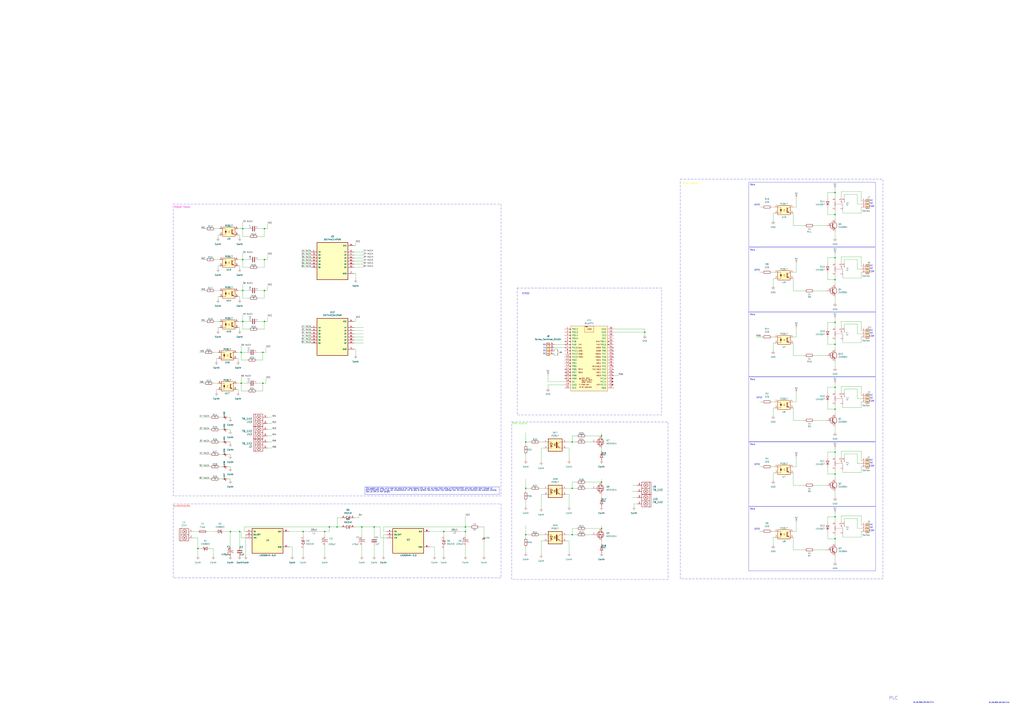
<source format=kicad_sch>
(kicad_sch (version 20231120) (generator "eeschema") (generator_version "8.0")
  (paper "A1")
  (junction (at 162.56 450.85))
  (junction (at 217.17 187.96))
  (junction (at 217.17 264.16))
  (junction (at 469.9 401.32))
  (junction (at 198.12 314.96))
  (junction (at 431.8 439.42))
  (junction (at 248.92 436.88))
  (junction (at 431.8 401.32))
  (junction (at 685.8 424.688))
  (junction (at 685.8 176.276))
  (junction (at 217.17 238.76))
  (junction (at 685.8 264.922))
  (junction (at 198.12 289.56))
  (junction (at 382.27 433.07))
  (junction (at 270.51 433.07))
  (junction (at 276.86 433.07))
  (junction (at 685.8 229.87))
  (junction (at 494.03 358.14))
  (junction (at 685.8 442.722))
  (junction (at 266.7 436.88))
  (junction (at 685.8 371.602))
  (junction (at 529.59 273.05))
  (junction (at 189.23 436.88))
  (junction (at 685.8 211.836))
  (junction (at 199.39 238.76))
  (junction (at 199.39 264.16))
  (junction (at 685.8 389.636))
  (junction (at 494.03 396.24))
  (junction (at 469.9 363.22))
  (junction (at 685.8 282.956))
  (junction (at 215.9 314.96))
  (junction (at 685.8 158.242))
  (junction (at 382.27 436.88))
  (junction (at 199.39 187.96))
  (junction (at 196.85 436.88))
  (junction (at 685.8 318.262))
  (junction (at 307.34 433.07))
  (junction (at 494.03 434.34))
  (junction (at 431.8 363.22))
  (junction (at 199.39 213.36))
  (junction (at 364.49 436.88))
  (junction (at 685.8 336.296))
  (junction (at 469.9 439.42))
  (junction (at 297.18 433.07))
  (junction (at 215.9 289.56))
  (junction (at 217.17 213.36))
  (wire (pts (xy 654.05 170.18) (xy 651.51 170.18)))
  (wire (pts (xy 180.34 193.04) (xy 179.07 193.04)))
  (wire (pts (xy 364.49 450.85) (xy 364.49 457.2)))
  (wire (pts (xy 215.9 314.96) (xy 218.44 314.96)))
  (wire (pts (xy 201.93 441.96) (xy 198.12 441.96)))
  (wire (pts (xy 693.42 213.36) (xy 704.088 213.36)))
  (wire (pts (xy 204.47 194.31) (xy 199.39 194.31)))
  (polyline (pts (xy 719.074 256.286) (xy 614.934 256.286)))
  (wire (pts (xy 195.58 218.44) (xy 196.85 218.44)))
  (wire (pts (xy 635 441.706) (xy 635 448.056)))
  (wire (pts (xy 685.8 424.688) (xy 685.8 429.006)))
  (polyline (pts (xy 614.934 149.86) (xy 621.284 149.86)))
  (wire (pts (xy 679.704 282.956) (xy 685.8 282.956)))
  (polyline (pts (xy 719.074 309.372) (xy 614.934 309.372)))
  (wire (pts (xy 247.65 269.24) (xy 255.27 269.24)))
  (wire (pts (xy 189.23 353.06) (xy 189.23 354.33)))
  (wire (pts (xy 158.75 436.88) (xy 162.56 436.88)))
  (wire (pts (xy 180.34 393.7) (xy 182.88 393.7)))
  (wire (pts (xy 654.05 436.626) (xy 651.51 436.626)))
  (wire (pts (xy 290.83 274.32) (xy 298.45 274.32)))
  (wire (pts (xy 679.704 211.836) (xy 685.8 211.836)))
  (wire (pts (xy 707.39 167.64) (xy 704.088 167.64)))
  (wire (pts (xy 685.8 180.34) (xy 685.8 176.276)))
  (wire (pts (xy 443.23 401.32) (xy 447.04 401.32)))
  (wire (pts (xy 276.86 425.45) (xy 280.67 425.45)))
  (wire (pts (xy 654.05 269.24) (xy 654.05 276.86)))
  (wire (pts (xy 660.908 451.866) (xy 651.51 451.866)))
  (wire (pts (xy 519.43 398.78) (xy 523.24 398.78)))
  (wire (pts (xy 469.9 358.14) (xy 473.71 358.14)))
  (wire (pts (xy 443.23 363.22) (xy 447.04 363.22)))
  (wire (pts (xy 692.15 335.026) (xy 692.15 332.74)))
  (polyline (pts (xy 614.934 202.692) (xy 614.934 149.86)))
  (wire (pts (xy 679.704 264.922) (xy 685.8 264.922)))
  (wire (pts (xy 654.05 322.58) (xy 654.05 330.2)))
  (wire (pts (xy 481.33 363.22) (xy 486.41 363.22)))
  (wire (pts (xy 444.5 368.3) (xy 444.5 379.73)))
  (wire (pts (xy 195.58 264.16) (xy 199.39 264.16)))
  (wire (pts (xy 290.83 212.09) (xy 298.45 212.09)))
  (wire (pts (xy 158.75 441.96) (xy 162.56 441.96)))
  (wire (pts (xy 196.85 436.88) (xy 196.85 449.58)))
  (wire (pts (xy 707.39 165.1) (xy 707.39 157.48)))
  (wire (pts (xy 180.34 353.06) (xy 182.88 353.06)))
  (wire (pts (xy 219.71 347.98) (xy 223.52 347.98)))
  (wire (pts (xy 247.65 207.01) (xy 255.27 207.01)))
  (wire (pts (xy 261.62 436.88) (xy 266.7 436.88)))
  (wire (pts (xy 204.47 245.11) (xy 199.39 245.11)))
  (wire (pts (xy 196.85 218.44) (xy 196.85 220.98)))
  (wire (pts (xy 685.8 287.02) (xy 685.8 282.956)))
  (wire (pts (xy 218.44 285.75) (xy 218.44 289.56)))
  (wire (pts (xy 198.12 295.91) (xy 198.12 289.56)))
  (wire (pts (xy 679.704 336.296) (xy 685.8 336.296)))
  (wire (pts (xy 196.85 243.84) (xy 196.85 246.38)))
  (wire (pts (xy 248.92 436.88) (xy 254 436.88)))
  (wire (pts (xy 707.39 211.074) (xy 690.88 211.074)))
  (wire (pts (xy 469.9 363.22) (xy 469.9 358.14)))
  (wire (pts (xy 707.39 317.5) (xy 690.88 317.5)))
  (wire (pts (xy 382.27 433.07) (xy 386.08 433.07)))
  (wire (pts (xy 248.92 450.85) (xy 248.92 457.2)))
  (wire (pts (xy 693.42 216.154) (xy 693.42 213.36)))
  (wire (pts (xy 199.39 208.28) (xy 199.39 213.36)))
  (wire (pts (xy 212.09 238.76) (xy 217.17 238.76)))
  (wire (pts (xy 467.36 368.3) (xy 467.36 378.46)))
  (wire (pts (xy 693.42 322.58) (xy 693.42 319.786)))
  (wire (pts (xy 481.33 439.42) (xy 486.41 439.42)))
  (wire (pts (xy 494.03 406.4) (xy 494.03 408.94)))
  (wire (pts (xy 195.58 238.76) (xy 199.39 238.76)))
  (wire (pts (xy 180.34 342.9) (xy 182.88 342.9)))
  (wire (pts (xy 707.39 264.16) (xy 690.88 264.16)))
  (wire (pts (xy 467.36 406.4) (xy 467.36 416.56)))
  (wire (pts (xy 198.12 436.88) (xy 196.85 436.88)))
  (wire (pts (xy 679.704 424.688) (xy 685.8 424.688)))
  (wire (pts (xy 651.51 451.866) (xy 651.51 441.706)))
  (wire (pts (xy 494.03 431.8) (xy 494.03 434.34)))
  (wire (pts (xy 679.704 384.048) (xy 679.704 389.636)))
  (wire (pts (xy 203.2 295.91) (xy 198.12 295.91)))
  (wire (pts (xy 635 335.28) (xy 635 341.63)))
  (wire (pts (xy 685.8 176.276) (xy 685.8 172.72)))
  (wire (pts (xy 290.83 425.45) (xy 294.64 425.45)))
  (wire (pts (xy 481.33 434.34) (xy 494.03 434.34)))
  (wire (pts (xy 635 388.62) (xy 635 394.97)))
  (wire (pts (xy 481.33 396.24) (xy 494.03 396.24)))
  (wire (pts (xy 199.39 219.71) (xy 199.39 213.36)))
  (polyline (pts (xy 719.074 149.86) (xy 719.074 202.692)))
  (wire (pts (xy 651.51 292.1) (xy 651.51 281.94)))
  (wire (pts (xy 189.23 363.22) (xy 189.23 364.49)))
  (wire (pts (xy 690.88 157.48) (xy 690.88 162.56)))
  (wire (pts (xy 654.05 276.86) (xy 651.51 276.86)))
  (wire (pts (xy 660.908 345.44) (xy 651.51 345.44)))
  (wire (pts (xy 196.85 193.04) (xy 196.85 195.58)))
  (wire (pts (xy 247.65 217.17) (xy 255.27 217.17)))
  (wire (pts (xy 431.8 403.86) (xy 431.8 401.32)))
  (wire (pts (xy 276.86 433.07) (xy 276.86 425.45)))
  (wire (pts (xy 504.19 308.61) (xy 508 308.61)))
  (wire (pts (xy 704.088 434.086) (xy 704.088 426.212)))
  (wire (pts (xy 247.65 274.32) (xy 255.27 274.32)))
  (wire (pts (xy 248.92 440.69) (xy 248.92 436.88)))
  (wire (pts (xy 163.83 314.96) (xy 167.64 314.96)))
  (wire (pts (xy 204.47 270.51) (xy 199.39 270.51)))
  (wire (pts (xy 177.8 320.04) (xy 177.8 322.58)))
  (wire (pts (xy 189.23 393.7) (xy 189.23 394.97)))
  (wire (pts (xy 290.83 207.01) (xy 298.45 207.01)))
  (wire (pts (xy 668.528 398.78) (xy 678.18 398.78)))
  (polyline (pts (xy 719.074 202.692) (xy 614.934 202.692)))
  (wire (pts (xy 679.704 158.242) (xy 685.8 158.242)))
  (wire (pts (xy 685.8 350.52) (xy 685.8 355.6)))
  (wire (pts (xy 668.528 239.014) (xy 678.18 239.014)))
  (wire (pts (xy 176.53 213.36) (xy 180.34 213.36)))
  (wire (pts (xy 189.23 373.38) (xy 189.23 374.65)))
  (wire (pts (xy 215.9 289.56) (xy 218.44 289.56)))
  (wire (pts (xy 685.8 190.5) (xy 685.8 195.58)))
  (wire (pts (xy 292.1 199.39) (xy 292.1 201.93)))
  (wire (pts (xy 660.908 398.78) (xy 651.51 398.78)))
  (wire (pts (xy 431.8 441.96) (xy 431.8 439.42)))
  (wire (pts (xy 704.088 381) (xy 704.088 373.126)))
  (wire (pts (xy 693.42 373.126) (xy 704.088 373.126)))
  (wire (pts (xy 219.71 368.3) (xy 223.52 368.3)))
  (polyline (pts (xy 719.074 363.22) (xy 719.074 416.052)))
  (wire (pts (xy 163.83 363.22) (xy 172.72 363.22)))
  (wire (pts (xy 651.51 345.44) (xy 651.51 335.28)))
  (wire (pts (xy 165.1 213.36) (xy 168.91 213.36)))
  (wire (pts (xy 212.09 270.51) (xy 217.17 270.51)))
  (polyline (pts (xy 719.074 256.54) (xy 719.074 309.372)))
  (wire (pts (xy 189.23 436.88) (xy 189.23 449.58)))
  (wire (pts (xy 270.51 433.07) (xy 270.51 436.88)))
  (wire (pts (xy 651.51 185.42) (xy 651.51 175.26)))
  (wire (pts (xy 519.43 403.86) (xy 523.24 403.86)))
  (wire (pts (xy 397.51 433.07) (xy 397.51 440.69)))
  (wire (pts (xy 290.83 433.07) (xy 297.18 433.07)))
  (wire (pts (xy 162.56 441.96) (xy 162.56 450.85)))
  (wire (pts (xy 685.8 244.094) (xy 685.8 249.174)))
  (wire (pts (xy 481.33 401.32) (xy 486.41 401.32)))
  (wire (pts (xy 520.7 414.02) (xy 520.7 416.56)))
  (wire (pts (xy 204.47 219.71) (xy 199.39 219.71)))
  (wire (pts (xy 215.9 314.96) (xy 215.9 321.31)))
  (wire (pts (xy 693.42 162.56) (xy 693.42 159.766)))
  (wire (pts (xy 464.82 401.32) (xy 469.9 401.32)))
  (wire (pts (xy 307.34 433.07) (xy 312.42 433.07)))
  (wire (pts (xy 690.88 370.84) (xy 690.88 375.92)))
  (wire (pts (xy 199.39 182.88) (xy 199.39 187.96)))
  (wire (pts (xy 469.9 401.32) (xy 473.71 401.32)))
  (wire (pts (xy 382.27 424.18) (xy 382.27 433.07)))
  (polyline (pts (xy 614.934 416.052) (xy 614.934 363.22)))
  (wire (pts (xy 447.04 368.3) (xy 444.5 368.3)))
  (polyline (pts (xy 719.074 203.454) (xy 719.074 256.286)))
  (wire (pts (xy 636.27 175.26) (xy 635 175.26)))
  (wire (pts (xy 621.03 276.86) (xy 626.11 276.86)))
  (wire (pts (xy 312.42 433.07) (xy 312.42 441.96)))
  (wire (pts (xy 693.42 426.212) (xy 704.088 426.212)))
  (wire (pts (xy 704.088 167.64) (xy 704.088 159.766)))
  (wire (pts (xy 199.39 264.16) (xy 204.47 264.16)))
  (wire (pts (xy 636.27 441.706) (xy 635 441.706)))
  (wire (pts (xy 186.69 342.9) (xy 189.23 342.9)))
  (wire (pts (xy 276.86 433.07) (xy 280.67 433.07)))
  (wire (pts (xy 455.168 290.83) (xy 455.168 292.1)))
  (wire (pts (xy 654.05 429.006) (xy 654.05 436.626)))
  (wire (pts (xy 219.71 209.55) (xy 219.71 213.36)))
  (wire (pts (xy 294.64 424.18) (xy 294.64 425.45)))
  (wire (pts (xy 219.71 353.06) (xy 223.52 353.06)))
  (wire (pts (xy 210.82 314.96) (xy 215.9 314.96)))
  (wire (pts (xy 707.39 436.626) (xy 707.39 441.452)))
  (wire (pts (xy 195.58 269.24) (xy 196.85 269.24)))
  (wire (pts (xy 692.15 388.366) (xy 707.39 388.366)))
  (wire (pts (xy 679.704 163.068) (xy 679.704 158.242)))
  (wire (pts (xy 217.17 213.36) (xy 219.71 213.36)))
  (wire (pts (xy 685.8 264.922) (xy 685.8 269.24)))
  (wire (pts (xy 200.66 433.07) (xy 270.51 433.07)))
  (polyline (pts (xy 621.284 256.54) (xy 719.074 256.54)))
  (wire (pts (xy 312.42 441.96) (xy 317.5 441.96)))
  (wire (pts (xy 165.1 264.16) (xy 168.91 264.16)))
  (wire (pts (xy 464.82 439.42) (xy 469.9 439.42)))
  (polyline (pts (xy 614.934 203.454) (xy 621.284 203.454)))
  (wire (pts (xy 431.8 439.42) (xy 435.61 439.42)))
  (wire (pts (xy 290.83 279.4) (xy 298.45 279.4)))
  (wire (pts (xy 633.73 383.54) (xy 636.27 383.54)))
  (wire (pts (xy 198.12 289.56) (xy 203.2 289.56)))
  (polyline (pts (xy 719.074 416.306) (xy 719.074 469.138)))
  (wire (pts (xy 469.9 363.22) (xy 473.71 363.22)))
  (wire (pts (xy 210.82 289.56) (xy 215.9 289.56)))
  (wire (pts (xy 463.55 316.23) (xy 450.088 316.23)))
  (wire (pts (xy 450.088 313.69) (xy 450.088 308.356)))
  (wire (pts (xy 692.15 388.366) (xy 692.15 386.08)))
  (wire (pts (xy 692.15 281.686) (xy 692.15 279.4)))
  (wire (pts (xy 210.82 295.91) (xy 215.9 295.91)))
  (wire (pts (xy 247.65 276.86) (xy 255.27 276.86)))
  (wire (pts (xy 382.27 433.07) (xy 382.27 436.88)))
  (wire (pts (xy 679.704 442.722) (xy 685.8 442.722)))
  (wire (pts (xy 397.51 444.5) (xy 397.51 457.2)))
  (wire (pts (xy 196.85 436.88) (xy 189.23 436.88)))
  (wire (pts (xy 654.05 375.92) (xy 654.05 383.54)))
  (polyline (pts (xy 614.934 309.372) (xy 614.934 256.54)))
  (wire (pts (xy 431.8 393.7) (xy 431.8 401.32)))
  (wire (pts (xy 179.07 320.04) (xy 177.8 320.04)))
  (wire (pts (xy 196.85 269.24) (xy 196.85 271.78)))
  (wire (pts (xy 668.528 345.44) (xy 678.18 345.44)))
  (wire (pts (xy 651.51 398.78) (xy 651.51 388.62)))
  (wire (pts (xy 707.39 223.774) (xy 707.39 228.6)))
  (wire (pts (xy 431.8 411.48) (xy 431.8 416.56)))
  (wire (pts (xy 707.39 271.78) (xy 707.39 264.16)))
  (wire (pts (xy 633.73 330.2) (xy 636.27 330.2)))
  (wire (pts (xy 180.34 383.54) (xy 182.88 383.54)))
  (wire (pts (xy 393.7 433.07) (xy 397.51 433.07)))
  (wire (pts (xy 186.69 353.06) (xy 189.23 353.06)))
  (wire (pts (xy 219.71 260.35) (xy 219.71 264.16)))
  (polyline (pts (xy 621.284 149.86) (xy 719.074 149.86)))
  (wire (pts (xy 464.82 368.3) (xy 467.36 368.3)))
  (wire (pts (xy 431.8 363.22) (xy 435.61 363.22)))
  (wire (pts (xy 463.55 313.69) (xy 450.088 313.69)))
  (wire (pts (xy 685.8 446.786) (xy 685.8 442.722)))
  (wire (pts (xy 707.39 276.86) (xy 707.39 281.686)))
  (wire (pts (xy 219.71 234.95) (xy 219.71 238.76)))
  (wire (pts (xy 290.83 214.63) (xy 298.45 214.63)))
  (wire (pts (xy 290.83 209.55) (xy 298.45 209.55)))
  (wire (pts (xy 270.51 433.07) (xy 276.86 433.07)))
  (wire (pts (xy 654.05 216.154) (xy 654.05 223.774)))
  (wire (pts (xy 455.168 288.29) (xy 455.168 287.02)))
  (wire (pts (xy 679.704 437.134) (xy 679.704 442.722)))
  (wire (pts (xy 314.96 433.07) (xy 382.27 433.07)))
  (wire (pts (xy 175.26 289.56) (xy 179.07 289.56)))
  (wire (pts (xy 176.53 187.96) (xy 180.34 187.96)))
  (wire (pts (xy 195.58 243.84) (xy 196.85 243.84)))
  (wire (pts (xy 707.39 381) (xy 704.088 381)))
  (wire (pts (xy 189.23 342.9) (xy 189.23 344.17)))
  (wire (pts (xy 170.18 436.88) (xy 176.53 436.88)))
  (wire (pts (xy 679.704 376.428) (xy 679.704 371.602)))
  (wire (pts (xy 707.39 431.546) (xy 707.39 423.926)))
  (wire (pts (xy 382.27 436.88) (xy 382.27 440.69)))
  (wire (pts (xy 469.9 401.32) (xy 469.9 396.24)))
  (wire (pts (xy 175.26 314.96) (xy 179.07 314.96)))
  (wire (pts (xy 199.39 270.51) (xy 199.39 264.16)))
  (wire (pts (xy 163.83 289.56) (xy 167.64 289.56)))
  (wire (pts (xy 194.31 320.04) (xy 195.58 320.04)))
  (wire (pts (xy 623.824 223.774) (xy 626.11 223.774)))
  (wire (pts (xy 165.1 187.96) (xy 168.91 187.96)))
  (wire (pts (xy 431.8 449.58) (xy 431.8 454.66)))
  (wire (pts (xy 292.1 224.79) (xy 292.1 229.87)))
  (wire (pts (xy 685.8 368.3) (xy 685.8 371.602)))
  (wire (pts (xy 431.8 365.76) (xy 431.8 363.22)))
  (wire (pts (xy 707.39 383.54) (xy 707.39 388.366)))
  (wire (pts (xy 198.12 314.96) (xy 203.2 314.96)))
  (wire (pts (xy 481.33 358.14) (xy 494.03 358.14)))
  (wire (pts (xy 635 281.94) (xy 635 288.29)))
  (wire (pts (xy 668.528 451.866) (xy 678.18 451.866)))
  (wire (pts (xy 654.05 383.54) (xy 651.51 383.54)))
  (wire (pts (xy 633.73 276.86) (xy 636.27 276.86)))
  (wire (pts (xy 163.83 393.7) (xy 172.72 393.7)))
  (wire (pts (xy 654.05 223.774) (xy 651.51 223.774)))
  (polyline (pts (xy 614.934 363.22) (xy 621.284 363.22)))
  (wire (pts (xy 693.42 319.786) (xy 704.088 319.786)))
  (wire (pts (xy 707.39 423.926) (xy 690.88 423.926)))
  (wire (pts (xy 685.8 154.94) (xy 685.8 158.242)))
  (wire (pts (xy 184.15 436.88) (xy 189.23 436.88)))
  (wire (pts (xy 693.42 266.446) (xy 704.088 266.446)))
  (wire (pts (xy 247.65 279.4) (xy 255.27 279.4)))
  (wire (pts (xy 692.15 281.686) (xy 707.39 281.686)))
  (wire (pts (xy 464.82 444.5) (xy 467.36 444.5)))
  (wire (pts (xy 623.824 330.2) (xy 626.11 330.2)))
  (wire (pts (xy 266.7 448.31) (xy 266.7 457.2)))
  (wire (pts (xy 194.31 289.56) (xy 198.12 289.56)))
  (wire (pts (xy 668.528 185.42) (xy 678.18 185.42)))
  (wire (pts (xy 529.59 270.51) (xy 529.59 273.05)))
  (wire (pts (xy 679.704 330.708) (xy 679.704 336.296)))
  (wire (pts (xy 212.09 245.11) (xy 217.17 245.11)))
  (wire (pts (xy 660.908 292.1) (xy 651.51 292.1)))
  (wire (pts (xy 177.8 294.64) (xy 177.8 297.18)))
  (wire (pts (xy 186.69 373.38) (xy 189.23 373.38)))
  (wire (pts (xy 199.39 194.31) (xy 199.39 187.96)))
  (wire (pts (xy 707.39 330.2) (xy 707.39 335.026)))
  (wire (pts (xy 201.93 439.42) (xy 201.93 457.2)))
  (wire (pts (xy 668.528 292.1) (xy 678.18 292.1)))
  (wire (pts (xy 218.44 311.15) (xy 218.44 314.96)))
  (wire (pts (xy 217.17 187.96) (xy 219.71 187.96)))
  (wire (pts (xy 679.704 277.368) (xy 679.704 282.956)))
  (wire (pts (xy 692.15 335.026) (xy 707.39 335.026)))
  (wire (pts (xy 199.39 213.36) (xy 204.47 213.36)))
  (wire (pts (xy 219.71 363.22) (xy 223.52 363.22)))
  (wire (pts (xy 623.824 383.54) (xy 626.11 383.54)))
  (wire (pts (xy 692.15 175.006) (xy 692.15 172.72)))
  (wire (pts (xy 464.82 406.4) (xy 467.36 406.4)))
  (wire (pts (xy 443.23 439.42) (xy 447.04 439.42)))
  (polyline (pts (xy 719.074 309.88) (xy 719.074 362.712)))
  (wire (pts (xy 163.83 383.54) (xy 172.72 383.54)))
  (polyline (pts (xy 614.934 362.712) (xy 614.934 309.88)))
  (wire (pts (xy 179.07 193.04) (xy 179.07 195.58)))
  (wire (pts (xy 180.34 243.84) (xy 179.07 243.84)))
  (wire (pts (xy 210.82 321.31) (xy 215.9 321.31)))
  (wire (pts (xy 679.704 170.688) (xy 679.704 176.276)))
  (wire (pts (xy 692.15 441.452) (xy 707.39 441.452)))
  (wire (pts (xy 707.39 327.66) (xy 704.088 327.66)))
  (wire (pts (xy 297.18 433.07) (xy 297.18 440.69)))
  (wire (pts (xy 290.83 281.94) (xy 298.45 281.94)))
  (wire (pts (xy 623.824 170.18) (xy 626.11 170.18)))
  (wire (pts (xy 679.704 269.748) (xy 679.704 264.922)))
  (wire (pts (xy 685.8 336.296) (xy 685.8 332.74)))
  (wire (pts (xy 266.7 436.88) (xy 266.7 440.69)))
  (wire (pts (xy 179.07 218.44) (xy 179.07 220.98)))
  (wire (pts (xy 179.07 294.64) (xy 177.8 294.64)))
  (wire (pts (xy 633.73 436.626) (xy 636.27 436.626)))
  (wire (pts (xy 685.8 403.86) (xy 685.8 408.94)))
  (wire (pts (xy 633.73 170.18) (xy 636.27 170.18)))
  (wire (pts (xy 217.17 187.96) (xy 217.17 194.31)))
  (wire (pts (xy 693.42 429.006) (xy 693.42 426.212)))
  (wire (pts (xy 203.2 321.31) (xy 198.12 321.31)))
  (wire (pts (xy 194.31 314.96) (xy 198.12 314.96)))
  (wire (pts (xy 692.15 228.6) (xy 707.39 228.6)))
  (wire (pts (xy 353.06 436.88) (xy 364.49 436.88)))
  (wire (pts (xy 660.908 239.014) (xy 651.51 239.014)))
  (wire (pts (xy 455.168 287.02) (xy 457.962 287.02)))
  (wire (pts (xy 685.8 318.262) (xy 685.8 322.58)))
  (wire (pts (xy 685.8 314.96) (xy 685.8 318.262)))
  (wire (pts (xy 307.34 448.31) (xy 307.34 457.2)))
  (polyline (pts (xy 719.074 362.712) (xy 614.934 362.712)))
  (wire (pts (xy 693.42 375.92) (xy 693.42 373.126)))
  (wire (pts (xy 447.04 406.4) (xy 444.5 406.4)))
  (wire (pts (xy 217.17 264.16) (xy 217.17 270.51)))
  (wire (pts (xy 198.12 441.96) (xy 198.12 436.88)))
  (wire (pts (xy 195.58 213.36) (xy 199.39 213.36)))
  (wire (pts (xy 290.83 224.79) (xy 292.1 224.79)))
  (wire (pts (xy 654.05 162.56) (xy 654.05 170.18)))
  (wire (pts (xy 247.65 281.94) (xy 255.27 281.94)))
  (wire (pts (xy 195.58 320.04) (xy 195.58 322.58)))
  (wire (pts (xy 685.8 442.722) (xy 685.8 439.166)))
  (wire (pts (xy 247.65 271.78) (xy 255.27 271.78)))
  (polyline (pts (xy 719.074 416.052) (xy 614.934 416.052)))
  (wire (pts (xy 292.1 287.02) (xy 292.1 292.1)))
  (wire (pts (xy 707.39 325.12) (xy 707.39 317.5)))
  (wire (pts (xy 455.168 285.75) (xy 463.55 285.75)))
  (wire (pts (xy 467.36 444.5) (xy 467.36 454.66)))
  (wire (pts (xy 469.9 439.42) (xy 473.71 439.42)))
  (wire (pts (xy 685.8 421.386) (xy 685.8 424.688)))
  (wire (pts (xy 707.39 274.32) (xy 704.088 274.32)))
  (wire (pts (xy 469.9 396.24) (xy 473.71 396.24)))
  (wire (pts (xy 469.9 434.34) (xy 473.71 434.34)))
  (wire (pts (xy 685.8 211.836) (xy 685.8 216.154)))
  (wire (pts (xy 635 175.26) (xy 635 181.61)))
  (wire (pts (xy 162.56 450.85) (xy 162.56 457.2)))
  (wire (pts (xy 212.09 194.31) (xy 217.17 194.31)))
  (wire (pts (xy 297.18 433.07) (xy 307.34 433.07)))
  (wire (pts (xy 685.8 261.62) (xy 685.8 264.922)))
  (wire (pts (xy 290.83 219.71) (xy 298.45 219.71)))
  (wire (pts (xy 431.8 431.8) (xy 431.8 439.42)))
  (wire (pts (xy 636.27 281.94) (xy 635 281.94)))
  (wire (pts (xy 237.49 436.88) (xy 248.92 436.88)))
  (wire (pts (xy 198.12 321.31) (xy 198.12 314.96)))
  (wire (pts (xy 685.8 371.602) (xy 685.8 375.92)))
  (wire (pts (xy 707.39 221.234) (xy 704.088 221.234)))
  (wire (pts (xy 176.53 264.16) (xy 180.34 264.16)))
  (wire (pts (xy 247.65 212.09) (xy 255.27 212.09)))
  (wire (pts (xy 219.71 342.9) (xy 223.52 342.9)))
  (polyline (pts (xy 614.934 309.88) (xy 621.284 309.88)))
  (wire (pts (xy 217.17 238.76) (xy 217.17 245.11)))
  (wire (pts (xy 692.15 228.6) (xy 692.15 226.314)))
  (wire (pts (xy 212.09 219.71) (xy 217.17 219.71)))
  (polyline (pts (xy 614.934 416.306) (xy 621.284 416.306)))
  (wire (pts (xy 189.23 383.54) (xy 189.23 384.81)))
  (wire (pts (xy 504.19 273.05) (xy 529.59 273.05)))
  (polyline (pts (xy 614.934 469.138) (xy 614.934 416.306)))
  (wire (pts (xy 431.8 355.6) (xy 431.8 363.22)))
  (wire (pts (xy 685.8 389.636) (xy 685.8 386.08)))
  (wire (pts (xy 685.8 208.534) (xy 685.8 211.836)))
  (wire (pts (xy 215.9 289.56) (xy 215.9 295.91)))
  (wire (pts (xy 186.69 393.7) (xy 189.23 393.7)))
  (wire (pts (xy 685.8 393.7) (xy 685.8 389.636)))
  (wire (pts (xy 200.66 436.88) (xy 200.66 433.07)))
  (wire (pts (xy 240.03 449.58) (xy 240.03 457.2)))
  (wire (pts (xy 180.34 363.22) (xy 182.88 363.22)))
  (wire (pts (xy 431.8 373.38) (xy 431.8 378.46)))
  (wire (pts (xy 186.69 363.22) (xy 189.23 363.22)))
  (wire (pts (xy 623.824 436.626) (xy 626.11 436.626)))
  (wire (pts (xy 364.49 436.88) (xy 364.49 440.69)))
  (wire (pts (xy 290.83 276.86) (xy 298.45 276.86)))
  (wire (pts (xy 201.93 436.88) (xy 200.66 436.88)))
  (wire (pts (xy 199.39 259.08) (xy 199.39 264.16)))
  (wire (pts (xy 175.26 450.85) (xy 175.26 457.2)))
  (wire (pts (xy 444.5 444.5) (xy 444.5 455.93)))
  (wire (pts (xy 685.8 233.934) (xy 685.8 229.87)))
  (wire (pts (xy 172.72 450.85) (xy 175.26 450.85)))
  (wire (pts (xy 163.83 353.06) (xy 172.72 353.06)))
  (wire (pts (xy 212.09 264.16) (xy 217.17 264.16)))
  (wire (pts (xy 636.27 228.854) (xy 635 228.854)))
  (wire (pts (xy 165.1 238.76) (xy 168.91 238.76)))
  (wire (pts (xy 679.704 176.276) (xy 685.8 176.276)))
  (wire (pts (xy 180.34 218.44) (xy 179.07 218.44)))
  (wire (pts (xy 444.5 406.4) (xy 444.5 417.83)))
  (wire (pts (xy 199.39 187.96) (xy 204.47 187.96)))
  (polyline (pts (xy 621.284 203.454) (xy 719.074 203.454)))
  (wire (pts (xy 290.83 271.78) (xy 298.45 271.78)))
  (wire (pts (xy 314.96 457.2) (xy 314.96 439.42)))
  (wire (pts (xy 654.05 330.2) (xy 651.51 330.2)))
  (wire (pts (xy 163.83 342.9) (xy 172.72 342.9)))
  (wire (pts (xy 199.39 238.76) (xy 204.47 238.76)))
  (wire (pts (xy 690.88 264.16) (xy 690.88 269.24)))
  (wire (pts (xy 212.09 187.96) (xy 217.17 187.96)))
  (wire (pts (xy 180.34 269.24) (xy 179.07 269.24)))
  (wire (pts (xy 290.83 264.16) (xy 292.1 264.16)))
  (polyline (pts (xy 621.284 309.88) (xy 719.074 309.88)))
  (wire (pts (xy 307.34 433.07) (xy 307.34 440.69)))
  (wire (pts (xy 693.42 159.766) (xy 704.088 159.766)))
  (wire (pts (xy 693.42 269.24) (xy 693.42 266.446)))
  (wire (pts (xy 529.59 273.05) (xy 529.59 275.59)))
  (wire (pts (xy 447.04 444.5) (xy 444.5 444.5)))
  (wire (pts (xy 237.49 449.58) (xy 240.03 449.58)))
  (wire (pts (xy 685.8 340.36) (xy 685.8 336.296)))
  (wire (pts (xy 179.07 243.84) (xy 179.07 246.38)))
  (wire (pts (xy 651.51 239.014) (xy 651.51 228.854)))
  (polyline (pts (xy 719.074 469.138) (xy 614.934 469.138)))
  (wire (pts (xy 195.58 187.96) (xy 199.39 187.96)))
  (wire (pts (xy 635 228.854) (xy 635 235.204)))
  (wire (pts (xy 290.83 217.17) (xy 298.45 217.17)))
  (wire (pts (xy 704.088 221.234) (xy 704.088 213.36)))
  (polyline (pts (xy 614.934 256.286) (xy 614.934 203.454)))
  (wire (pts (xy 519.43 408.94) (xy 523.24 408.94)))
  (wire (pts (xy 297.18 448.31) (xy 297.18 457.2)))
  (wire (pts (xy 494.03 355.6) (xy 494.03 358.14)))
  (wire (pts (xy 679.704 229.87) (xy 685.8 229.87)))
  (wire (pts (xy 450.088 316.23) (xy 450.088 319.278)))
  (wire (pts (xy 195.58 193.04) (xy 196.85 193.04)))
  (wire (pts (xy 504.19 270.51) (xy 529.59 270.51)))
  (wire (pts (xy 199.39 245.11) (xy 199.39 238.76)))
  (wire (pts (xy 180.34 373.38) (xy 182.88 373.38)))
  (wire (pts (xy 198.12 284.48) (xy 198.12 289.56)))
  (wire (pts (xy 707.39 434.086) (xy 704.088 434.086)))
  (wire (pts (xy 219.71 358.14) (xy 223.52 358.14)))
  (wire (pts (xy 290.83 201.93) (xy 292.1 201.93)))
  (wire (pts (xy 685.8 229.87) (xy 685.8 226.314)))
  (wire (pts (xy 690.88 211.074) (xy 690.88 216.154)))
  (wire (pts (xy 163.83 373.38) (xy 172.72 373.38)))
  (wire (pts (xy 212.09 213.36) (xy 217.17 213.36)))
  (wire (pts (xy 247.65 219.71) (xy 255.27 219.71)))
  (wire (pts (xy 679.704 323.088) (xy 679.704 318.262)))
  (wire (pts (xy 679.704 429.514) (xy 679.704 424.688)))
  (wire (pts (xy 455.168 292.1) (xy 457.962 292.1)))
  (wire (pts (xy 219.71 184.15) (xy 219.71 187.96)))
  (wire (pts (xy 382.27 448.31) (xy 382.27 457.2)))
  (polyline (pts (xy 621.284 363.22) (xy 719.074 363.22)))
  (wire (pts (xy 679.704 224.282) (xy 679.704 229.87)))
  (wire (pts (xy 431.8 401.32) (xy 435.61 401.32)))
  (wire (pts (xy 314.96 439.42) (xy 317.5 439.42)))
  (wire (pts (xy 377.19 436.88) (xy 382.27 436.88)))
  (wire (pts (xy 685.8 282.956) (xy 685.8 279.4)))
  (wire (pts (xy 707.39 378.46) (xy 707.39 370.84)))
  (wire (pts (xy 179.07 269.24) (xy 179.07 271.78)))
  (wire (pts (xy 707.39 370.84) (xy 690.88 370.84)))
  (wire (pts (xy 290.83 269.24) (xy 298.45 269.24)))
  (wire (pts (xy 290.83 287.02) (xy 292.1 287.02)))
  (wire (pts (xy 317.5 436.88) (xy 314.96 436.88)))
  (wire (pts (xy 704.088 327.66) (xy 704.088 319.786)))
  (wire (pts (xy 679.704 216.662) (xy 679.704 211.836)))
  (wire (pts (xy 266.7 436.88) (xy 270.51 436.88)))
  (wire (pts (xy 494.03 444.5) (xy 494.03 447.04)))
  (wire (pts (xy 707.39 157.48) (xy 690.88 157.48)))
  (wire (pts (xy 176.53 238.76) (xy 180.34 238.76)))
  (wire (pts (xy 679.704 318.262) (xy 685.8 318.262)))
  (wire (pts (xy 469.9 439.42) (xy 469.9 434.34)))
  (wire (pts (xy 186.69 383.54) (xy 189.23 383.54)))
  (wire (pts (xy 292.1 261.62) (xy 292.1 264.16)))
  (wire (pts (xy 707.39 170.18) (xy 707.39 175.006)))
  (wire (pts (xy 707.39 218.694) (xy 707.39 211.074)))
  (wire (pts (xy 692.15 441.452) (xy 692.15 439.166)))
  (wire (pts (xy 679.704 389.636) (xy 685.8 389.636)))
  (wire (pts (xy 704.088 274.32) (xy 704.088 266.446)))
  (wire (pts (xy 198.12 309.88) (xy 198.12 314.96)))
  (wire (pts (xy 217.17 213.36) (xy 217.17 219.71)))
  (wire (pts (xy 690.88 317.5) (xy 690.88 322.58)))
  (wire (pts (xy 314.96 436.88) (xy 314.96 433.07)))
  (wire (pts (xy 356.87 449.58) (xy 356.87 457.2)))
  (wire (pts (xy 247.65 214.63) (xy 255.27 214.63)))
  (wire (pts (xy 660.908 185.42) (xy 651.51 185.42)))
  (wire (pts (xy 494.03 393.7) (xy 494.03 396.24)))
  (wire (pts (xy 685.8 456.946) (xy 685.8 462.026)))
  (wire (pts (xy 194.31 294.64) (xy 195.58 294.64)))
  (wire (pts (xy 195.58 294.64) (xy 195.58 297.18)))
  (wire (pts (xy 685.8 297.18) (xy 685.8 302.26)))
  (polyline (pts (xy 621.284 416.306) (xy 719.074 416.306)))
  (wire (pts (xy 247.65 209.55) (xy 255.27 209.55)))
  (wire (pts (xy 494.03 368.3) (xy 494.03 370.84)))
  (wire (pts (xy 690.88 423.926) (xy 690.88 429.006)))
  (wire (pts (xy 217.17 264.16) (xy 219.71 264.16)))
  (wire (pts (xy 692.15 175.006) (xy 707.39 175.006)))
  (polyline (pts (xy 614.934 256.54) (xy 621.284 256.54)))
  (wire (pts (xy 464.82 363.22) (xy 469.9 363.22)))
  (wire (pts (xy 523.24 414.02) (xy 520.7 414.02)))
  (wire (pts (xy 685.8 158.242) (xy 685.8 162.56)))
  (wire (pts (xy 679.704 371.602) (xy 685.8 371.602)))
  (wire (pts (xy 217.17 238.76) (xy 219.71 238.76)))
  (wire (pts (xy 353.06 449.58) (xy 356.87 449.58)))
  (wire (pts (xy 633.73 223.774) (xy 636.27 223.774)))
  (wire (pts (xy 199.39 233.68) (xy 199.39 238.76)))
  (wire (pts (xy 162.56 450.85) (xy 165.1 450.85)))
  (wire (pts (xy 364.49 436.88) (xy 369.57 436.88)))
  (wire (pts (xy 636.27 388.62) (xy 635 388.62)))
  (wire (pts (xy 636.27 335.28) (xy 635 335.28)))
  (wire (pts (xy 455.168 283.21) (xy 463.55 283.21)))
  (rectangle (start 424.688 236.728) (end 543.306 341.122) (stroke (width 0) (type dash_dot)))
  (rectangle (start 142.24 167.64) (end 411.48 407.67) (stroke (width 0) (type dash_dot)))
  (rectangle (start 420.37 346.71) (end 548.64 476.25) (stroke (width 0) (type dash_dot)))
  (rectangle (start 142.24 414.02) (end 411.48 474.98) (stroke (width 0) (type dash_dot)))
  (rectangle (start 558.8 147.32) (end 725.17 475.742) (stroke (width 0) (type dash_dot)))
  (text_box "This system will allow us to read the state of the input signals (IN), as well as clean them using an SN74HC14PWR, and then buffer them through an SN74HC541PWR. In this way, our microcontroller will be able to perform fast and noise-free readings from the external environment (for example, sensing from an NPN or PNP sensor)" (at 299.72 400.05 0) (size 110.49 6.35) (effects (font (size 0.889 0.889)) (justify left top)))
  (text "04/10/2025 (MM/DD/YYYY)\n" (at 758.444 577.342 0) (effects (font (size 0.762 0.762))))
  (text "STM32" (at 431.8 241.3 0) (effects (font (size 1.27 1.27))))
  (text "NC" (at 715.518 431.292 0) (effects (font (size 1.27 1.27))))
  (text "04/18/2025 (MM/DD/YYYY)\n\n" (at 812.292 578.104 0) (effects (font (size 0.762 0.762)) (justify left)))
  (text "NC" (at 715.518 324.866 0) (effects (font (size 1.27 1.27))))
  (text "NA" (at 715.518 273.812 0) (effects (font (size 1.27 1.27))))
  (text "RE" (at 447.294 290.83 0) (effects (font (size 1.27 1.27))))
  (text "Rele\n" (at 615.95 366.014 0) (effects (font (size 1.27 1.27)) (justify left bottom)))
  (text "GPIO" (at 621.792 221.996 0) (effects (font (size 1.27 1.27))))
  (text "Relay control\n" (at 567.182 150.622 0) (effects (font (size 1.27 1.27))))
  (text "PLC" (at 733.806 573.786 0) (effects (font (size 2.54 2.54))))
  (text "NC" (at 715.518 164.846 0) (effects (font (size 1.27 1.27))))
  (text "NA" (at 715.518 433.578 0) (effects (font (size 1.27 1.27))))
  (text "Rele\n" (at 615.95 419.1 0) (effects (font (size 1.27 1.27)) (justify left bottom)))
  (text "PWM outputs" (at 426.72 348.234 0) (effects (font (size 1.27 1.27))))
  (text "Rele\n" (at 615.95 259.334 0) (effects (font (size 1.27 1.27)) (justify left bottom)))
  (text "NA" (at 715.518 167.132 0) (effects (font (size 1.27 1.27))))
  (text "COM\n" (at 716.026 329.692 0) (effects (font (size 1.27 1.27))))
  (text "COM\n" (at 716.026 276.352 0) (effects (font (size 1.27 1.27))))
  (text "COM\n" (at 716.026 223.266 0) (effects (font (size 1.27 1.27))))
  (text "NA" (at 715.518 327.152 0) (effects (font (size 1.27 1.27))))
  (text "COM\n" (at 716.026 169.672 0) (effects (font (size 1.27 1.27))))
  (text "DE" (at 447.294 288.29 0) (effects (font (size 1.27 1.27))))
  (text "NC" (at 715.518 378.206 0) (effects (font (size 1.27 1.27))))
  (text "Rele\n" (at 615.95 152.654 0) (effects (font (size 1.27 1.27)) (justify left bottom)))
  (text "Rele\n" (at 615.95 206.248 0) (effects (font (size 1.27 1.27)) (justify left bottom)))
  (text "TX" (at 447.294 286.004 0) (effects (font (size 1.27 1.27))))
  (text "NA" (at 715.518 220.726 0) (effects (font (size 1.27 1.27))))
  (text "NC" (at 715.518 271.526 0) (effects (font (size 1.27 1.27))))
  (text "GPIO" (at 621.792 168.402 0) (effects (font (size 1.27 1.27))))
  (text "Digital inputs\n" (at 149.606 170.18 0) (effects (font (size 1.27 1.27))))
  (text "GPIO" (at 621.792 434.848 0) (effects (font (size 1.27 1.27))))
  (text "ALIMENTACIÓN" (at 149.352 416.052 0) (effects (font (size 1.27 1.27))))
  (text "COM\n" (at 716.026 383.032 0) (effects (font (size 1.27 1.27))))
  (text "NA" (at 715.518 380.492 0) (effects (font (size 1.27 1.27))))
  (text "COM\n" (at 716.026 436.118 0) (effects (font (size 1.27 1.27))))
  (text "Rele\n" (at 615.95 312.674 0) (effects (font (size 1.27 1.27)) (justify left bottom)))
  (text "NC" (at 715.518 218.44 0) (effects (font (size 1.27 1.27))))
  (text "GPIO" (at 623.57 326.898 0) (effects (font (size 1.27 1.27))))
  (text "RX\n" (at 447.294 283.464 0) (effects (font (size 1.27 1.27))))
  (text "GPIO" (at 621.792 381.762 0) (effects (font (size 1.27 1.27))))
  (label "6Y hc14" (at 163.83 393.7 0))
  (label "PA0" (at 508 308.61 0))
  (label "VCC" (at 292.1 261.62 0))
  (label "IN2" (at 223.52 347.98 0))
  (label "3A hc14" (at 247.65 212.09 0))
  (label "3Y hc14" (at 247.65 274.32 0))
  (label "2Y hc14" (at 247.65 271.78 0))
  (label "6Y hc14" (at 298.45 219.71 0))
  (label "4A hc14" (at 247.65 214.63 0))
  (label "5V" (at 294.64 424.18 0))
  (label "1Y hc14" (at 163.83 342.9 0))
  (label "1A hc14" (at 199.39 182.88 0))
  (label "5Y hc14" (at 163.83 383.54 0))
  (label "1Y hc14" (at 247.65 269.24 0))
  (label "6A hc14" (at 247.65 219.71 0))
  (label "3Y hc14" (at 298.45 212.09 0))
  (label "IN1" (at 165.1 187.96 0))
  (label "2A hc14" (at 199.39 208.28 0))
  (label "IN4" (at 223.52 358.14 0))
  (label "VCC" (at 219.71 234.95 0))
  (label "6A hc14" (at 198.12 309.88 0))
  (label "VCC" (at 219.71 184.15 0))
  (label "VCC" (at 218.44 311.15 0))
  (label "IN3" (at 165.1 238.76 0))
  (label "IN2" (at 165.1 213.36 0))
  (label "VCC" (at 218.44 285.75 0))
  (label "2Y hc14" (at 298.45 209.55 0))
  (label "IN5" (at 223.52 363.22 0))
  (label "2Y hc14" (at 163.83 353.06 0))
  (label "VCC" (at 219.71 260.35 0))
  (label "IN3" (at 223.52 353.06 0))
  (label "4A hc14" (at 199.39 259.08 0))
  (label "PA0" (at 621.03 276.86 0))
  (label "IN6" (at 163.8703 314.96 0))
  (label "1A hc14" (at 247.65 207.01 0))
  (label "6Y hc14" (at 247.65 281.94 0))
  (label "IN4" (at 165.1 264.16 0))
  (label "VCC" (at 292.1 199.39 0))
  (label "VCC" (at 219.71 209.55 0))
  (label "1Y hc14" (at 298.45 207.01 0))
  (label "IN5" (at 164.139 289.56 0))
  (label "5A hc14" (at 198.12 284.48 0))
  (label "5A hc14" (at 247.65 217.17 0))
  (label "4Y hc14" (at 163.83 373.38 0))
  (label "3A hc14" (at 199.39 233.68 0))
  (label "IN6" (at 223.52 368.3 0))
  (label "5Y hc14" (at 298.45 217.17 0))
  (label "5Y hc14" (at 247.65 279.4 0))
  (label "4Y hc14" (at 298.45 214.63 0))
  (label "IN1" (at 223.52 342.9 0))
  (label "2A hc14" (at 247.65 209.55 0))
  (label "VCC" (at 382.27 424.18 0))
  (label "3Y hc14" (at 163.83 363.22 0))
  (label "4Y hc14" (at 247.65 276.86 0))
  (symbol (lib_id "power:Earth") (at 189.23 344.17 0) (unit 1)
    (property "Reference" "#PWR058" (effects (hide yes)))
    (property "Value" "Earth" (at 189.23 349.25 0))
    (property "Description" "Power symbol creates a global label with name \"Earth\"" (effects (hide yes)))
  )
  (symbol (lib_id "power:GND") (at 450.088 319.278 0) (unit 1)
    (property "Reference" "#PWR037" (effects (hide yes)))
    (property "Value" "GND" (at 450.088 323.85 0))
    (property "Description" "Power symbol creates a global label with name \"GND\" , ground" (effects (hide yes)))
  )
  (symbol (lib_id "EESTN5:PC817") (at 643.89 279.4 0) (unit 1)
    (property "Reference" "U4" (at 643.89 285.115 0))
    (property "Value" "PC817" (at 643.89 274.3708 0))
    (property "Footprint" "Package_DIP:DIP-4_W7.62mm" (effects (hide yes)))
    (property "Datasheet" "http://www.soselectronic.cz/a_info/resource/d/pc817.pdf" (effects (hide yes)))
  )
  (symbol (lib_id "Device:Fuse") (at 166.37 436.88 90) (unit 1)
    (property "Reference" "F1" (at 166.37 430.53 90))
    (property "Value" "Fuse" (at 166.37 433.07 90))
    (property "Description" "Fuse" (effects (hide yes)))
  )
  (symbol (lib_id "power:Earth") (at 494.03 416.56 0) (unit 1)
    (property "Reference" "#PWR048" (effects (hide yes)))
    (property "Value" "Earth" (at 494.03 421.64 0))
    (property "Description" "Power symbol creates a global label with name \"Earth\"" (effects (hide yes)))
  )
  (symbol (lib_id "power:Earth") (at 467.36 416.56 0) (unit 1)
    (property "Reference" "#PWR047" (effects (hide yes)))
    (property "Value" "Earth" (at 467.36 421.64 0))
    (property "Description" "Power symbol creates a global label with name \"Earth\"" (effects (hide yes)))
  )
  (symbol (lib_id "SN74HC14PWR:SN74HC14PWR") (at 273.05 276.86 0) (unit 1)
    (property "Reference" "U12" (at 273.05 256.54 0))
    (property "Value" "SN74HC541PWR" (at 273.05 259.08 0))
    (property "Footprint" "SN74HC541PWR:SOP65P640X120-20N" (effects (hide yes)))
    (property "MF" "Texas Instruments" (effects (hide yes)))
    (property "Description_1" "\n                        \n                            6-ch, 2-V to 6-V inverters with Schmitt-Trigger inputs\n                        \n" (effects (hide yes)))
    (property "Package" "TSSOP-14 Texas Instruments" (effects (hide yes)))
    (property "Price" "None" (effects (hide yes)))
    (property "SnapEDA_Link" "https://www.snapeda.com/parts/SN74HC14PWR/Texas+Instruments/view-part/?ref=snap" (effects (hide yes)))
    (property "MP" "SN74HC14PWR" (effects (hide yes)))
    (property "Availability" "In Stock" (effects (hide yes)))
    (property "Check_prices" "https://www.snapeda.com/parts/SN74HC14PWR/Texas+Instruments/view-part/?ref=eda" (effects (hide yes)))
  )
  (symbol (lib_id "SN74HC14PWR:SN74HC14PWR") (at 273.05 214.63 0) (unit 1)
    (property "Reference" "U5" (at 273.05 194.31 0))
    (property "Value" "SN74HC14PWR" (at 273.05 196.85 0))
    (property "Footprint" "SN74HC14PWR:SOP65P640X120-14N" (effects (hide yes)))
    (property "MF" "Texas Instruments" (effects (hide yes)))
    (property "Description_1" "\n                        \n                            6-ch, 2-V to 6-V inverters with Schmitt-Trigger inputs\n                        \n" (effects (hide yes)))
    (property "Package" "TSSOP-14 Texas Instruments" (effects (hide yes)))
    (property "Price" "None" (effects (hide yes)))
    (property "SnapEDA_Link" "https://www.snapeda.com/parts/SN74HC14PWR/Texas+Instruments/view-part/?ref=snap" (effects (hide yes)))
    (property "MP" "SN74HC14PWR" (effects (hide yes)))
    (property "Availability" "In Stock" (effects (hide yes)))
    (property "Check_prices" "https://www.snapeda.com/parts/SN74HC14PWR/Texas+Instruments/view-part/?ref=eda" (effects (hide yes)))
  )
  (symbol (lib_id "Transistor_BJT:2N3904") (at 683.26 398.78 0) (unit 1)
    (property "Reference" "Q2" (at 688.4416 397.51 0) (effects (justify left)))
    (property "Value" "2N3904" (at 688.4416 400.05 0) (effects (justify left)))
    (property "Footprint" "Package_TO_SOT_SMD:SOT-23_Handsoldering" (effects (hide yes)))
    (property "Datasheet" "https://www.onsemi.com/pub/Collateral/2N3903-D.PDF" (effects (hide yes)))
  )
  (symbol (lib_id "C:EEEHD1V681AQ") (at 382.27 443.23 270) (unit 1)
    (property "Reference" "C6" (at 376.428 444.5 90) (effects (justify left)))
    (property "Value" "220uF" (at 374.65 447.04 90) (effects (justify left)))
    (property "Footprint" "Capacitor_SMD:CP_Elec_6.3x7.7" (effects (hide yes)))
    (property "MF" "Panasonic Electronic Components" (effects (hide yes)))
    (property "MAXIMUM_PACKAGE_HEIGHT" "13.5mm" (effects (hide yes)))
    (property "Package" "RADIAL-2 Panasonic" (effects (hide yes)))
    (property "Price" "None" (effects (hide yes)))
    (property "Check_prices" "https://www.snapeda.com/parts/EEE-HD1V681AQ/Panasonic+Electronic+Components/view-part/?ref=eda" (effects (hide yes)))
    (property "STANDARD" "Manufacturer Recommendations" (effects (hide yes)))
    (property "PARTREV" "10-Oct-19" (effects (hide yes)))
    (property "SnapEDA_Link" "https://www.snapeda.com/parts/EEE-HD1V681AQ/Panasonic+Electronic+Components/view-part/?ref=snap" (effects (hide yes)))
    (property "MP" "EEE-HD1V681AQ" (effects (hide yes)))
    (property "Description_1" "\n                        \n                            680µF 35V Aluminum Electrolytic Capacitors Radial, Can - SMD 5000 Hrs @ 105°C\n                        \n" (effects (hide yes)))
    (property "Availability" "In Stock" (effects (hide yes)))
    (property "MANUFACTURER" "Panasonic" (effects (hide yes)))
  )
  (symbol (lib_id "power:Earth") (at 177.8 322.58 0) (unit 1)
    (property "Reference" "#PWR067" (effects (hide yes)))
    (property "Value" "Earth" (at 177.8 327.66 0))
    (property "Description" "Power symbol creates a global label with name \"Earth\"" (effects (hide yes)))
  )
  (symbol (lib_id "power:Earth") (at 494.03 378.46 0) (unit 1)
    (property "Reference" "#PWR043" (effects (hide yes)))
    (property "Value" "Earth" (at 494.03 383.54 0))
    (property "Description" "Power symbol creates a global label with name \"Earth\"" (effects (hide yes)))
  )
  (symbol (lib_id "Device:C") (at 208.28 264.16 90) (unit 1)
    (property "Reference" "C10" (at 205.486 263.652 0) (effects (justify left)))
    (property "Value" "C" (at 210.82 263.398 0) (effects (justify left)))
    (property "Footprint" "Capacitor_SMD:C_0805_2012Metric_Pad1.18x1.45mm_HandSolder" (effects (hide yes)))
    (property "Description" "Unpolarized capacitor" (effects (hide yes)))
  )
  (symbol (lib_id "power:Earth") (at 520.7 416.56 0) (unit 1)
    (property "Reference" "#PWR044" (effects (hide yes)))
    (property "Value" "Earth" (at 520.7 421.64 0))
    (property "Description" "Power symbol creates a global label with name \"Earth\"" (effects (hide yes)))
  )
  (symbol (lib_id "power:Earth") (at 307.34 457.2 0) (unit 1)
    (property "Reference" "#PWR010" (effects (hide yes)))
    (property "Value" "Earth" (at 307.34 462.28 0))
    (property "Description" "Power symbol creates a global label with name \"Earth\"" (effects (hide yes)))
  )
  (symbol (lib_id "Device:R") (at 176.53 353.06 90) (unit 1)
    (property "Reference" "R25" (at 176.53 351.028 90))
    (property "Value" "R" (at 176.53 353.06 90))
    (property "Footprint" "EESTN5:R_0805" (effects (hide yes)))
    (property "Description" "Resistor" (effects (hide yes)))
  )
  (symbol (lib_id "Transistor_BJT:2N3904") (at 683.26 292.1 0) (unit 1)
    (property "Reference" "Q10" (at 688.4416 290.83 0) (effects (justify left)))
    (property "Value" "2N3904" (at 688.4416 293.37 0) (effects (justify left)))
    (property "Footprint" "Package_TO_SOT_SMD:SOT-23_Handsoldering" (effects (hide yes)))
    (property "Datasheet" "https://www.onsemi.com/pub/Collateral/2N3903-D.PDF" (effects (hide yes)))
  )
  (symbol (lib_id "Connector:Screw_Terminal_01x03") (at 712.47 167.64 0) (unit 1)
    (property "Reference" "J7" (at 712.216 162.306 0) (effects (justify left)))
    (property "Value" "Salida" (at 708.152 173.228 0) (effects (justify left)))
    (property "Footprint" "EESTN5:BORNERA3_AZUL" (effects (hide yes)))
  )
  (symbol (lib_id "power:+3.3V") (at 685.8 314.96 0) (unit 1)
    (property "Reference" "#PWR018" (effects (hide yes)))
    (property "Value" "5V" (at 684.53 311.404 0) (effects (justify left)))
    (property "Description" "Power symbol creates a global label with name \"+3.3V\"" (effects (hide yes)))
  )
  (symbol (lib_id "power:GND") (at 685.8 195.58 0) (unit 1)
    (property "Reference" "#PWR035" (effects (hide yes)))
    (property "Value" "GND" (at 685.8 200.66 0))
    (property "Description" "Power symbol creates a global label with name \"GND\" , ground" (effects (hide yes)))
  )
  (symbol (lib_id "EESTN5:RELAY_C") (at 689.61 167.64 90) (unit 1)
    (property "Reference" "K5" (at 695.96 167.64 0) (effects (font (size 1.524 1.524))))
    (property "Value" "RELAY_C" (effects (hide yes)))
    (property "Footprint" "EESTN5:Relay_C" (effects (hide yes)))
  )
  (symbol (lib_id "EESTN5:TB_1X2") (at 532.13 411.48 180) (unit 1)
    (property "Reference" "J10" (at 535.94 410.2099 0) (effects (font (size 1.524 1.524)) (justify right)))
    (property "Value" "TB_1X2" (at 535.94 412.7499 0) (effects (font (size 1.524 1.524)) (justify right)))
    (property "Footprint" "EESTN5:BORNERA2" (effects (hide yes)))
  )
  (symbol (lib_id "power:Earth") (at 467.36 378.46 0) (unit 1)
    (property "Reference" "#PWR042" (effects (hide yes)))
    (property "Value" "Earth" (at 467.36 383.54 0))
    (property "Description" "Power symbol creates a global label with name \"Earth\"" (effects (hide yes)))
  )
  (symbol (lib_id "EESTN5:PC817") (at 187.96 266.7 0) (unit 1)
    (property "Reference" "U15" (at 187.96 272.415 0))
    (property "Value" "PC817" (at 187.96 261.6708 0))
    (property "Footprint" "Package_DIP:DIP-4_W7.62mm" (effects (hide yes)))
    (property "Datasheet" "http://www.soselectronic.cz/a_info/resource/d/pc817.pdf" (effects (hide yes)))
  )
  (symbol (lib_id "power:+3.3V") (at 685.8 421.386 0) (unit 1)
    (property "Reference" "#PWR026" (effects (hide yes)))
    (property "Value" "5V" (at 684.53 417.83 0) (effects (justify left)))
    (property "Description" "Power symbol creates a global label with name \"+3.3V\"" (effects (hide yes)))
  )
  (symbol (lib_id "EESTN5:PC817") (at 186.69 317.5 0) (unit 1)
    (property "Reference" "U17" (at 186.69 323.215 0))
    (property "Value" "PC817" (at 186.69 312.4708 0))
    (property "Footprint" "Package_DIP:DIP-4_W7.62mm" (effects (hide yes)))
    (property "Datasheet" "http://www.soselectronic.cz/a_info/resource/d/pc817.pdf" (effects (hide yes)))
  )
  (symbol (lib_id "Transistor_BJT:2N3904") (at 683.26 345.44 0) (unit 1)
    (property "Reference" "Q1" (at 688.4416 344.17 0) (effects (justify left)))
    (property "Value" "2N3904" (at 688.4416 346.71 0) (effects (justify left)))
    (property "Footprint" "Package_TO_SOT_SMD:SOT-23_Handsoldering" (effects (hide yes)))
    (property "Datasheet" "https://www.onsemi.com/pub/Collateral/2N3903-D.PDF" (effects (hide yes)))
  )
  (symbol (lib_id "power:+3.3V") (at 685.8 208.534 0) (unit 1)
    (property "Reference" "#PWR030" (effects (hide yes)))
    (property "Value" "5V" (at 684.53 204.978 0) (effects (justify left)))
    (property "Description" "Power symbol creates a global label with name \"+3.3V\"" (effects (hide yes)))
  )
  (symbol (lib_id "Device:R") (at 431.8 445.77 180) (unit 1)
    (property "Reference" "R40" (at 434.848 445.77 0))
    (property "Value" "R" (at 431.8 445.77 0))
    (property "Footprint" "EESTN5:R_0805" (effects (hide yes)))
    (property "Description" "Resistor" (effects (hide yes)))
  )
  (symbol (lib_id "Connector:Screw_Terminal_01x03") (at 712.47 381 0) (unit 1)
    (property "Reference" "J4" (at 712.216 375.666 0) (effects (justify left)))
    (property "Value" "Salida" (at 708.152 386.588 0) (effects (justify left)))
    (property "Footprint" "EESTN5:BORNERA3_AZUL" (effects (hide yes)))
  )
  (symbol (lib_id "Device:L") (at 373.38 436.88 90) (unit 1)
    (property "Reference" "L2" (at 373.38 437.896 90))
    (property "Value" "68uH" (at 373.38 435.102 90))
    (property "Footprint" "Inductor_SMD:L_Bourns_SRR1260" (effects (hide yes)))
    (property "Description" "Inductor" (effects (hide yes)))
  )
  (symbol (lib_id "power:Earth") (at 314.96 457.2 0) (unit 1)
    (property "Reference" "#PWR011" (effects (hide yes)))
    (property "Value" "Earth" (at 314.96 462.28 0))
    (property "Description" "Power symbol creates a global label with name \"Earth\"" (effects (hide yes)))
  )
  (symbol (lib_id "power:Earth") (at 196.85 457.2 0) (unit 1)
    (property "Reference" "#PWR04" (effects (hide yes)))
    (property "Value" "Earth" (at 196.85 462.28 0))
    (property "Description" "Power symbol creates a global label with name \"Earth\"" (effects (hide yes)))
  )
  (symbol (lib_id "Device:R") (at 439.42 439.42 90) (unit 1)
    (property "Reference" "R41" (at 439.42 437.388 90))
    (property "Value" "R" (at 439.42 439.42 90))
    (property "Footprint" "EESTN5:R_0805" (effects (hide yes)))
    (property "Description" "Resistor" (effects (hide yes)))
  )
  (symbol (lib_id "power:Earth") (at 189.23 384.81 0) (unit 1)
    (property "Reference" "#PWR072" (effects (hide yes)))
    (property "Value" "Earth" (at 189.23 389.89 0))
    (property "Description" "Power symbol creates a global label with name \"Earth\"" (effects (hide yes)))
  )
  (symbol (lib_id "EESTN5:PC817") (at 643.89 386.08 0) (unit 1)
    (property "Reference" "U7" (at 643.89 391.795 0))
    (property "Value" "PC817" (at 643.89 381.0508 0))
    (property "Footprint" "Package_DIP:DIP-4_W7.62mm" (effects (hide yes)))
    (property "Datasheet" "http://www.soselectronic.cz/a_info/resource/d/pc817.pdf" (effects (hide yes)))
  )
  (symbol (lib_id "EESTN5:PC817") (at 643.89 332.74 0) (unit 1)
    (property "Reference" "U6" (at 643.89 338.455 0))
    (property "Value" "PC817" (at 643.89 327.7108 0))
    (property "Footprint" "Package_DIP:DIP-4_W7.62mm" (effects (hide yes)))
    (property "Datasheet" "http://www.soselectronic.cz/a_info/resource/d/pc817.pdf" (effects (hide yes)))
  )
  (symbol (lib_id "power:Earth") (at 189.23 364.49 0) (unit 1)
    (property "Reference" "#PWR070" (effects (hide yes)))
    (property "Value" "Earth" (at 189.23 369.57 0))
    (property "Description" "Power symbol creates a global label with name \"Earth\"" (effects (hide yes)))
  )
  (symbol (lib_id "Device:R") (at 477.52 396.24 90) (unit 1)
    (property "Reference" "R38" (at 477.52 394.208 90))
    (property "Value" "R" (at 477.52 396.24 90))
    (property "Footprint" "EESTN5:R_0805" (effects (hide yes)))
    (property "Description" "Resistor" (effects (hide yes)))
  )
  (symbol (lib_id "EESTN5:PC817") (at 643.89 439.166 0) (unit 1)
    (property "Reference" "U8" (at 643.89 444.881 0))
    (property "Value" "PC817" (at 643.89 434.1368 0))
    (property "Footprint" "Package_DIP:DIP-4_W7.62mm" (effects (hide yes)))
    (property "Datasheet" "http://www.soselectronic.cz/a_info/resource/d/pc817.pdf" (effects (hide yes)))
  )
  (symbol (lib_id "power:Earth") (at 195.58 297.18 0) (unit 1)
    (property "Reference" "#PWR066" (effects (hide yes)))
    (property "Value" "Earth" (at 195.58 302.26 0))
    (property "Description" "Power symbol creates a global label with name \"Earth\"" (effects (hide yes)))
  )
  (symbol (lib_id "power:Earth") (at 189.23 394.97 0) (unit 1)
    (property "Reference" "#PWR073" (effects (hide yes)))
    (property "Value" "Earth" (at 189.23 400.05 0))
    (property "Description" "Power symbol creates a global label with name \"Earth\"" (effects (hide yes)))
  )
  (symbol (lib_id "EESTN5:PC817") (at 187.96 190.5 0) (unit 1)
    (property "Reference" "U3" (at 187.96 196.215 0))
    (property "Value" "PC817" (at 187.96 185.4708 0))
    (property "Footprint" "Package_DIP:DIP-4_W7.62mm" (effects (hide yes)))
    (property "Datasheet" "http://www.soselectronic.cz/a_info/resource/d/pc817.pdf" (effects (hide yes)))
  )
  (symbol (lib_id "power:Earth") (at 196.85 271.78 0) (unit 1)
    (property "Reference" "#PWR064" (effects (hide yes)))
    (property "Value" "Earth" (at 196.85 276.86 0))
    (property "Description" "Power symbol creates a global label with name \"Earth\"" (effects (hide yes)))
  )
  (symbol (lib_id "power:Earth") (at 431.8 378.46 0) (unit 1)
    (property "Reference" "#PWR040" (effects (hide yes)))
    (property "Value" "Earth" (at 431.8 383.54 0))
    (property "Description" "Power symbol creates a global label with name \"Earth\"" (effects (hide yes)))
  )
  (symbol (lib_id "Device:C") (at 208.28 238.76 90) (unit 1)
    (property "Reference" "C9" (at 205.486 238.252 0) (effects (justify left)))
    (property "Value" "C" (at 210.82 237.998 0) (effects (justify left)))
    (property "Footprint" "Capacitor_SMD:C_0805_2012Metric_Pad1.18x1.45mm_HandSolder" (effects (hide yes)))
    (property "Description" "Unpolarized capacitor" (effects (hide yes)))
  )
  (symbol (lib_id "power:GND") (at 529.59 275.59 0) (unit 1)
    (property "Reference" "#PWR036" (effects (hide yes)))
    (property "Value" "GND" (at 529.59 280.162 0))
    (property "Description" "Power symbol creates a global label with name \"GND\" , ground" (effects (hide yes)))
  )
  (symbol (lib_id "EESTN5:TB_1X2") (at 532.13 401.32 180) (unit 1)
    (property "Reference" "J9" (at 535.94 400.0499 0) (effects (font (size 1.524 1.524)) (justify right)))
    (property "Value" "TB_1X2" (at 535.94 402.5899 0) (effects (font (size 1.524 1.524)) (justify right)))
    (property "Footprint" "EESTN5:BORNERA2" (effects (hide yes)))
  )
  (symbol (lib_id "Device:R") (at 176.53 342.9 90) (unit 1)
    (property "Reference" "R14" (at 176.53 340.868 90))
    (property "Value" "R" (at 176.53 342.9 90))
    (property "Footprint" "EESTN5:R_0805" (effects (hide yes)))
    (property "Description" "Resistor" (effects (hide yes)))
  )
  (symbol (lib_id "power:GND") (at 635 235.204 0) (unit 1)
    (property "Reference" "#PWR028" (effects (hide yes)))
    (property "Value" "GND" (at 635 240.284 0))
    (property "Description" "Power symbol creates a global label with name \"GND\" , ground" (effects (hide yes)))
  )
  (symbol (lib_id "Device:R") (at 477.52 439.42 90) (unit 1)
    (property "Reference" "R43" (at 477.52 437.388 90))
    (property "Value" "R" (at 477.52 439.42 90))
    (property "Footprint" "EESTN5:R_0805" (effects (hide yes)))
    (property "Description" "Resistor" (effects (hide yes)))
  )
  (symbol (lib_id "power:+3.3V") (at 654.05 375.92 0) (unit 1)
    (property "Reference" "#PWR021" (effects (hide yes)))
    (property "Value" "5V" (at 652.78 372.364 0) (effects (justify left)))
    (property "Description" "Power symbol creates a global label with name \"+3.3V\"" (effects (hide yes)))
  )
  (symbol (lib_id "power:GND") (at 685.8 408.94 0) (unit 1)
    (property "Reference" "#PWR023" (effects (hide yes)))
    (property "Value" "GND" (at 685.8 414.02 0))
    (property "Description" "Power symbol creates a global label with name \"GND\" , ground" (effects (hide yes)))
  )
  (symbol (lib_id "power:Earth") (at 467.36 454.66 0) (unit 1)
    (property "Reference" "#PWR051" (effects (hide yes)))
    (property "Value" "Earth" (at 467.36 459.74 0))
    (property "Description" "Power symbol creates a global label with name \"Earth\"" (effects (hide yes)))
  )
  (symbol (lib_id "power:+3.3V") (at 450.088 308.356 0) (unit 1)
    (property "Reference" "#PWR038" (effects (hide yes)))
    (property "Value" "5V" (at 448.818 304.8 0) (effects (justify left)))
    (property "Description" "Power symbol creates a global label with name \"+3.3V\"" (effects (hide yes)))
  )
  (symbol (lib_id "EESTN5:LED") (at 184.15 383.54 0) (unit 1)
    (property "Reference" "LED6" (at 184.15 380.746 90) (effects (font (size 1.016 1.016))))
    (property "Value" "LED" (effects (hide yes)))
    (property "Footprint" "EESTN5:led_5mm_green" (effects (hide yes)))
  )
  (symbol (lib_id "SS210:SS210") (at 285.75 425.45 0) (unit 1)
    (property "Reference" "D5" (at 285.75 419.1 0))
    (property "Value" "SS210" (at 285.75 421.64 0))
    (property "Footprint" "SS210:DIOM4336X265N" (effects (hide yes)))
    (property "MF" "Taiwan Semiconductor" (effects (hide yes)))
    (property "MAXIMUM_PACKAGE_HEIGHT" "2.65mm" (effects (hide yes)))
    (property "Package" "SMB-2 Taiwan Semiconductor" (effects (hide yes)))
    (property "Price" "None" (effects (hide yes)))
    (property "Check_prices" "https://www.snapeda.com/parts/SS210/taiwan/view-part/?ref=eda" (effects (hide yes)))
    (property "STANDARD" "Manufacturer Recommendations" (effects (hide yes)))
    (property "PARTREV" "N2306" (effects (hide yes)))
    (property "SnapEDA_Link" "https://www.snapeda.com/parts/SS210/taiwan/view-part/?ref=snap" (effects (hide yes)))
    (property "MP" "SS210" (effects (hide yes)))
    (property "Description_1" "\n                        \n                            2A, 100V, Schottky Rectifier\n                        \n" (effects (hide yes)))
    (property "SNAPEDA_PN" "SS22" (effects (hide yes)))
    (property "Availability" "In Stock" (effects (hide yes)))
    (property "MANUFACTURER" "Taiwan Semiconductor" (effects (hide yes)))
  )
  (symbol (lib_id "power:+3.3V") (at 685.8 261.62 0) (unit 1)
    (property "Reference" "#PWR055" (effects (hide yes)))
    (property "Value" "5V" (at 684.53 258.064 0) (effects (justify left)))
    (property "Description" "Power symbol creates a global label with name \"+3.3V\"" (effects (hide yes)))
  )
  (symbol (lib_id "power:+3.3V") (at 654.05 216.154 0) (unit 1)
    (property "Reference" "#PWR029" (effects (hide yes)))
    (property "Value" "5V" (at 652.78 212.598 0) (effects (justify left)))
    (property "Description" "Power symbol creates a global label with name \"+3.3V\"" (effects (hide yes)))
  )
  (symbol (lib_id "power:Earth") (at 444.5 379.73 0) (unit 1)
    (property "Reference" "#PWR041" (effects (hide yes)))
    (property "Value" "Earth" (at 444.5 384.81 0))
    (property "Description" "Power symbol creates a global label with name \"Earth\"" (effects (hide yes)))
  )
  (symbol (lib_id "EESTN5:LED") (at 184.15 353.06 0) (unit 1)
    (property "Reference" "LED3" (at 184.15 350.266 90) (effects (font (size 1.016 1.016))))
    (property "Value" "LED" (effects (hide yes)))
    (property "Footprint" "EESTN5:led_5mm_green" (effects (hide yes)))
  )
  (symbol (lib_id "Device:R") (at 208.28 245.11 90) (unit 1)
    (property "Reference" "R18" (at 208.28 243.078 90))
    (property "Value" "R" (at 208.28 245.11 90))
    (property "Footprint" "EESTN5:R_0805" (effects (hide yes)))
    (property "Description" "Resistor" (effects (hide yes)))
  )
  (symbol (lib_id "Device:R") (at 172.72 264.16 90) (unit 1)
    (property "Reference" "R19" (at 172.72 262.128 90))
    (property "Value" "R" (at 172.72 264.16 90))
    (property "Footprint" "EESTN5:R_0805" (effects (hide yes)))
    (property "Description" "Resistor" (effects (hide yes)))
  )
  (symbol (lib_id "EESTN5:TB_1X2") (at 149.86 439.42 0) (unit 1)
    (property "Reference" "J1" (at 151.13 429.26 0) (effects (font (size 1.524 1.524))))
    (property "Value" "24V" (at 151.13 431.8 0) (effects (font (size 1.524 1.524))))
    (property "Footprint" "EESTN5:BORNERA2" (effects (hide yes)))
  )
  (symbol (lib_id "PC817:PC817") (at 457.2 441.96 0) (unit 1)
    (property "Reference" "OK9" (at 455.93 431.8 0))
    (property "Value" "PC817" (at 455.93 434.34 0))
    (property "Footprint" "PC817X2NIP0F:SOP254P975X460-4N" (effects (hide yes)))
    (property "MF" "Renesas Electronics America Inc" (effects (hide yes)))
    (property "Description_1" "\n                        \n                            RF Mixer IC Cellular, DCS, PCS, W-CDMA, WLAN Up Converter 50MHz ~ 400MHz 6-SuperMiniMold\n                        \n" (effects (hide yes)))
    (property "Package" "None" (effects (hide yes)))
    (property "MPN" "PC817X4J000F" (effects (hide yes)))
    (property "Price" "None" (effects (hide yes)))
    (property "OC_FARNELL" "9707727" (effects (hide yes)))
    (property "SnapEDA_Link" "https://www.snapeda.com/parts/PC817/Renesas/view-part/?ref=snap" (effects (hide yes)))
    (property "MP" "PC817" (effects (hide yes)))
    (property "OC_NEWARK" "97K7059" (effects (hide yes)))
    (property "Availability" "Not in stock" (effects (hide yes)))
    (property "Check_prices" "https://www.snapeda.com/parts/PC817/Renesas/view-part/?ref=eda" (effects (hide yes)))
  )
  (symbol (lib_id "C:EEEHD1V681AQ") (at 266.7 443.23 270) (unit 1)
    (property "Reference" "C3" (at 270.51 442.6565 90) (effects (justify left)))
    (property "Value" "220uF" (at 269.748 447.294 90) (effects (justify left)))
    (property "Footprint" "Capacitor_SMD:CP_Elec_6.3x7.7" (effects (hide yes)))
    (property "MF" "Panasonic Electronic Components" (effects (hide yes)))
    (property "MAXIMUM_PACKAGE_HEIGHT" "13.5mm" (effects (hide yes)))
    (property "Package" "RADIAL-2 Panasonic" (effects (hide yes)))
    (property "Price" "None" (effects (hide yes)))
    (property "Check_prices" "https://www.snapeda.com/parts/EEE-HD1V681AQ/Panasonic+Electronic+Components/view-part/?ref=eda" (effects (hide yes)))
    (property "STANDARD" "Manufacturer Recommendations" (effects (hide yes)))
    (property "PARTREV" "10-Oct-19" (effects (hide yes)))
    (property "SnapEDA_Link" "https://www.snapeda.com/parts/EEE-HD1V681AQ/Panasonic+Electronic+Components/view-part/?ref=snap" (effects (hide yes)))
    (property "MP" "EEE-HD1V681AQ" (effects (hide yes)))
    (property "Description_1" "\n                        \n                            680µF 35V Aluminum Electrolytic Capacitors Radial, Can - SMD 5000 Hrs @ 105°C\n                        \n" (effects (hide yes)))
    (property "Availability" "In Stock" (effects (hide yes)))
    (property "MANUFACTURER" "Panasonic" (effects (hide yes)))
  )
  (symbol (lib_id "power:Earth") (at 431.8 416.56 0) (unit 1)
    (property "Reference" "#PWR045" (effects (hide yes)))
    (property "Value" "Earth" (at 431.8 421.64 0))
    (property "Description" "Power symbol creates a global label with name \"Earth\"" (effects (hide yes)))
  )
  (symbol (lib_id "power:Earth") (at 179.07 271.78 0) (unit 1)
    (property "Reference" "#PWR063" (effects (hide yes)))
    (property "Value" "Earth" (at 179.07 276.86 0))
    (property "Description" "Power symbol creates a global label with name \"Earth\"" (effects (hide yes)))
  )
  (symbol (lib_id "Diode:1N4007") (at 679.704 380.238 270) (mirror x) (unit 1)
    (property "Reference" "D11" (at 677.418 378.9679 90) (effects (justify right)))
    (property "Value" "1N4007" (at 677.418 381.5079 90) (effects (justify right)))
    (property "Footprint" "Diode_THT:D_DO-41_SOD81_P10.16mm_Horizontal" (effects (hide yes)))
    (property "Datasheet" "http://www.vishay.com/docs/88503/1n4001.pdf" (effects (hide yes)))
    (property "Description" "1000V 1A General Purpose Rectifier Diode, DO-41" (effects (hide yes)))
    (property "Sim.Device" "D" (effects (hide yes)))
    (property "Sim.Pins" "1=K 2=A" (effects (hide yes)))
  )
  (symbol (lib_id "Diode:1N4007") (at 679.704 220.472 270) (mirror x) (unit 1)
    (property "Reference" "D13" (at 677.418 219.2019 90) (effects (justify right)))
    (property "Value" "1N4007" (at 677.418 221.7419 90) (effects (justify right)))
    (property "Footprint" "Diode_THT:D_DO-41_SOD81_P10.16mm_Horizontal" (effects (hide yes)))
    (property "Datasheet" "http://www.vishay.com/docs/88503/1n4001.pdf" (effects (hide yes)))
    (property "Description" "1000V 1A General Purpose Rectifier Diode, DO-41" (effects (hide yes)))
    (property "Sim.Device" "D" (effects (hide yes)))
    (property "Sim.Pins" "1=K 2=A" (effects (hide yes)))
  )
  (symbol (lib_id "power:Earth") (at 297.18 457.2 0) (unit 1)
    (property "Reference" "#PWR09" (effects (hide yes)))
    (property "Value" "Earth" (at 297.18 462.28 0))
    (property "Description" "Power symbol creates a global label with name \"Earth\"" (effects (hide yes)))
  )
  (symbol (lib_id "Device:L") (at 257.81 436.88 90) (unit 1)
    (property "Reference" "L1" (at 257.81 438.15 90))
    (property "Value" "68uH" (at 258.064 435.102 90))
    (property "Footprint" "Inductor_SMD:L_Bourns_SRR1260" (effects (hide yes)))
    (property "Description" "Inductor" (effects (hide yes)))
  )
  (symbol (lib_id "EESTN5:Screw_Terminal_01x04") (at 450.088 288.29 180) (unit 1)
    (property "Reference" "J8" (at 450.088 276.352 0))
    (property "Value" "Screw_Terminal_01x04" (at 450.088 278.892 0))
    (property "Footprint" "Library:Bornera_4" (effects (hide yes)))
    (property "Description" "Generic screw terminal, single row, 01x04, script generated (kicad-library-utils/schlib/autogen/connector/)" (effects (hide yes)))
  )
  (symbol (lib_id "Device:R") (at 629.92 276.86 90) (unit 1)
    (property "Reference" "R44" (at 629.92 270.256 90))
    (property "Value" "220" (at 629.92 272.796 90))
    (property "Footprint" "Resistor_SMD:R_1210_3225Metric_Pad1.30x2.65mm_HandSolder" (effects (hide yes)))
  )
  (symbol (lib_id "SS210:SS210") (at 248.92 445.77 90) (unit 1)
    (property "Reference" "D3" (at 251.46 444.4999 90) (effects (justify right)))
    (property "Value" "SS210" (at 251.46 447.0399 90) (effects (justify right)))
    (property "Footprint" "SS210:DIOM4336X265N" (effects (hide yes)))
    (property "MF" "Taiwan Semiconductor" (effects (hide yes)))
    (property "MAXIMUM_PACKAGE_HEIGHT" "2.65mm" (effects (hide yes)))
    (property "Package" "SMB-2 Taiwan Semiconductor" (effects (hide yes)))
    (property "Price" "None" (effects (hide yes)))
    (property "Check_prices" "https://www.snapeda.com/parts/SS210/taiwan/view-part/?ref=eda" (effects (hide yes)))
    (property "STANDARD" "Manufacturer Recommendations" (effects (hide yes)))
    (property "PARTREV" "N2306" (effects (hide yes)))
    (property "SnapEDA_Link" "https://www.snapeda.com/parts/SS210/taiwan/view-part/?ref=snap" (effects (hide yes)))
    (property "MP" "SS210" (effects (hide yes)))
    (property "Description_1" "\n                        \n                            2A, 100V, Schottky Rectifier\n                        \n" (effects (hide yes)))
    (property "SNAPEDA_PN" "SS22" (effects (hide yes)))
    (property "Availability" "In Stock" (effects (hide yes)))
    (property "MANUFACTURER" "Taiwan Semiconductor" (effects (hide yes)))
  )
  (symbol (lib_id "EESTN5:TB_1X2") (at 210.82 355.6 0) (unit 1)
    (property "Reference" "J12" (at 207.01 356.8701 0) (effects (font (size 1.524 1.524)) (justify right)))
    (property "Value" "TB_1X2" (at 207.01 354.3301 0) (effects (font (size 1.524 1.524)) (justify right)))
    (property "Footprint" "EESTN5:BORNERA2" (effects (hide yes)))
  )
  (symbol (lib_id "EESTN5:PC817") (at 187.96 241.3 0) (unit 1)
    (property "Reference" "U14" (at 187.96 247.015 0))
    (property "Value" "PC817" (at 187.96 236.2708 0))
    (property "Footprint" "Package_DIP:DIP-4_W7.62mm" (effects (hide yes)))
    (property "Datasheet" "http://www.soselectronic.cz/a_info/resource/d/pc817.pdf" (effects (hide yes)))
  )
  (symbol (lib_id "EESTN5:LED") (at 184.15 373.38 0) (unit 1)
    (property "Reference" "LED5" (at 184.15 370.586 90) (effects (font (size 1.016 1.016))))
    (property "Value" "LED" (effects (hide yes)))
    (property "Footprint" "EESTN5:led_5mm_green" (effects (hide yes)))
  )
  (symbol (lib_id "Device:R") (at 171.45 289.56 90) (unit 1)
    (property "Reference" "R21" (at 171.45 287.528 90))
    (property "Value" "R" (at 171.45 289.56 90))
    (property "Footprint" "EESTN5:R_0805" (effects (hide yes)))
    (property "Description" "Resistor" (effects (hide yes)))
  )
  (symbol (lib_id "Device:R") (at 629.92 383.54 90) (unit 1)
    (property "Reference" "R4" (at 629.92 376.936 90))
    (property "Value" "220" (at 629.92 379.476 90))
    (property "Footprint" "Resistor_SMD:R_1210_3225Metric_Pad1.30x2.65mm_HandSolder" (effects (hide yes)))
  )
  (symbol (lib_id "PC817:PC817") (at 457.2 403.86 0) (unit 1)
    (property "Reference" "OK8" (at 455.93 393.7 0))
    (property "Value" "PC817" (at 455.93 396.24 0))
    (property "Footprint" "PC817X2NIP0F:SOP254P975X460-4N" (effects (hide yes)))
    (property "MF" "Renesas Electronics America Inc" (effects (hide yes)))
    (property "Description_1" "\n                        \n                            RF Mixer IC Cellular, DCS, PCS, W-CDMA, WLAN Up Converter 50MHz ~ 400MHz 6-SuperMiniMold\n                        \n" (effects (hide yes)))
    (property "Package" "None" (effects (hide yes)))
    (property "MPN" "PC817X4J000F" (effects (hide yes)))
    (property "Price" "None" (effects (hide yes)))
    (property "OC_FARNELL" "9707727" (effects (hide yes)))
    (property "SnapEDA_Link" "https://www.snapeda.com/parts/PC817/Renesas/view-part/?ref=snap" (effects (hide yes)))
    (property "MP" "PC817" (effects (hide yes)))
    (property "OC_NEWARK" "97K7059" (effects (hide yes)))
    (property "Availability" "Not in stock" (effects (hide yes)))
    (property "Check_prices" "https://www.snapeda.com/parts/PC817/Renesas/view-part/?ref=eda" (effects (hide yes)))
  )
  (symbol (lib_id "power:Earth") (at 162.56 457.2 0) (unit 1)
    (property "Reference" "#PWR01" (effects (hide yes)))
    (property "Value" "Earth" (at 162.56 462.28 0))
    (property "Description" "Power symbol creates a global label with name \"Earth\"" (effects (hide yes)))
  )
  (symbol (lib_id "power:Earth") (at 444.5 455.93 0) (unit 1)
    (property "Reference" "#PWR050" (effects (hide yes)))
    (property "Value" "Earth" (at 444.5 461.01 0))
    (property "Description" "Power symbol creates a global label with name \"Earth\"" (effects (hide yes)))
  )
  (symbol (lib_id "Device:C") (at 207.01 314.96 90) (unit 1)
    (property "Reference" "C12" (at 204.216 314.452 0) (effects (justify left)))
    (property "Value" "C" (at 209.55 314.198 0) (effects (justify left)))
    (property "Footprint" "Capacitor_SMD:C_0805_2012Metric_Pad1.18x1.45mm_HandSolder" (effects (hide yes)))
    (property "Description" "Unpolarized capacitor" (effects (hide yes)))
  )
  (symbol (lib_id "EESTN5:RELAY_C") (at 689.61 327.66 90) (unit 1)
    (property "Reference" "K1" (at 695.96 327.66 0) (effects (font (size 1.524 1.524))))
    (property "Value" "RELAY_C" (effects (hide yes)))
    (property "Footprint" "EESTN5:Relay_C" (effects (hide yes)))
  )
  (symbol (lib_id "Device:R") (at 477.52 358.14 90) (unit 1)
    (property "Reference" "R35" (at 477.52 356.108 90))
    (property "Value" "R" (at 477.52 358.14 90))
    (property "Footprint" "EESTN5:R_0805" (effects (hide yes)))
    (property "Description" "Resistor" (effects (hide yes)))
  )
  (symbol (lib_id "power:Earth") (at 382.27 457.2 0) (unit 1)
    (property "Reference" "#PWR014" (effects (hide yes)))
    (property "Value" "Earth" (at 382.27 462.28 0))
    (property "Description" "Power symbol creates a global label with name \"Earth\"" (effects (hide yes)))
  )
  (symbol (lib_id "power:Earth") (at 179.07 246.38 0) (unit 1)
    (property "Reference" "#PWR061" (effects (hide yes)))
    (property "Value" "Earth" (at 179.07 251.46 0))
    (property "Description" "Power symbol creates a global label with name \"Earth\"" (effects (hide yes)))
  )
  (symbol (lib_id "power:+3.3V") (at 654.05 162.56 0) (unit 1)
    (property "Reference" "#PWR033" (effects (hide yes)))
    (property "Value" "5V" (at 652.78 159.004 0) (effects (justify left)))
    (property "Description" "Power symbol creates a global label with name \"+3.3V\"" (effects (hide yes)))
  )
  (symbol (lib_id "Diode:1N4007") (at 679.704 433.324 270) (mirror x) (unit 1)
    (property "Reference" "D12" (at 677.418 432.0539 90) (effects (justify right)))
    (property "Value" "1N4007" (at 677.418 434.5939 90) (effects (justify right)))
    (property "Footprint" "Diode_THT:D_DO-41_SOD81_P10.16mm_Horizontal" (effects (hide yes)))
    (property "Datasheet" "http://www.vishay.com/docs/88503/1n4001.pdf" (effects (hide yes)))
    (property "Description" "1000V 1A General Purpose Rectifier Diode, DO-41" (effects (hide yes)))
    (property "Sim.Device" "D" (effects (hide yes)))
    (property "Sim.Pins" "1=K 2=A" (effects (hide yes)))
  )
  (symbol (lib_id "Transistor_FET:AO3401A") (at 491.49 439.42 0) (unit 1)
    (property "Reference" "Q9" (at 497.84 438.1499 0) (effects (justify left)))
    (property "Value" "AO3401A" (at 497.84 440.6899 0) (effects (justify left)))
    (property "Footprint" "Package_TO_SOT_SMD:SOT-23" (effects (hide yes)))
    (property "Datasheet" "http://www.aosmd.com/pdfs/datasheet/AO3401A.pdf" (effects (hide yes)))
    (property "Description" "-4.0A Id, -30V Vds, P-Channel MOSFET, SOT-23" (effects (hide yes)))
  )
  (symbol (lib_id "Diode:1N4007") (at 679.704 166.878 270) (mirror x) (unit 1)
    (property "Reference" "D14" (at 677.418 165.6079 90) (effects (justify right)))
    (property "Value" "1N4007" (at 677.418 168.1479 90) (effects (justify right)))
    (property "Footprint" "Diode_THT:D_DO-41_SOD81_P10.16mm_Horizontal" (effects (hide yes)))
    (property "Datasheet" "http://www.vishay.com/docs/88503/1n4001.pdf" (effects (hide yes)))
    (property "Description" "1000V 1A General Purpose Rectifier Diode, DO-41" (effects (hide yes)))
    (property "Sim.Device" "D" (effects (hide yes)))
    (property "Sim.Pins" "1=K 2=A" (effects (hide yes)))
  )
  (symbol (lib_id "power:Earth") (at 494.03 454.66 0) (unit 1)
    (property "Reference" "#PWR052" (effects (hide yes)))
    (property "Value" "Earth" (at 494.03 459.74 0))
    (property "Description" "Power symbol creates a global label with name \"Earth\"" (effects (hide yes)))
  )
  (symbol (lib_id "Device:R") (at 664.718 451.866 270) (unit 1)
    (property "Reference" "R7" (at 664.718 456.946 90))
    (property "Value" "1k" (at 664.718 454.66 90))
    (property "Footprint" "Resistor_SMD:R_1210_3225Metric_Pad1.30x2.65mm_HandSolder" (effects (hide yes)))
  )
  (symbol (lib_id "Connector:Screw_Terminal_01x03") (at 712.47 274.32 0) (unit 1)
    (property "Reference" "J11" (at 712.216 268.986 0) (effects (justify left)))
    (property "Value" "Salida" (at 708.152 279.908 0) (effects (justify left)))
    (property "Footprint" "EESTN5:BORNERA3_AZUL" (effects (hide yes)))
  )
  (symbol (lib_id "Device:R") (at 208.28 194.31 90) (unit 1)
    (property "Reference" "R13" (at 208.28 192.278 90))
    (property "Value" "R" (at 208.28 194.31 90))
    (property "Footprint" "EESTN5:R_0805" (effects (hide yes)))
    (property "Description" "Resistor" (effects (hide yes)))
  )
  (symbol (lib_id "Transistor_BJT:2N3904") (at 683.26 239.014 0) (unit 1)
    (property "Reference" "Q4" (at 688.4416 237.744 0) (effects (justify left)))
    (property "Value" "2N3904" (at 688.4416 240.284 0) (effects (justify left)))
    (property "Footprint" "Package_TO_SOT_SMD:SOT-23_Handsoldering" (effects (hide yes)))
    (property "Datasheet" "https://www.onsemi.com/pub/Collateral/2N3903-D.PDF" (effects (hide yes)))
  )
  (symbol (lib_id "EESTN5:Jumper") (at 457.962 289.56 90) (unit 1)
    (property "Reference" "JP1" (at 459.486 289.56 90) (effects (font (size 0.762 0.762)) (justify right)))
    (property "Value" "Jumper" (effects (hide yes)))
    (property "Footprint" "EESTN5:Jumper_Alto" (effects (hide yes)))
  )
  (symbol (lib_id "Connector:Screw_Terminal_01x03") (at 712.47 434.086 0) (unit 1)
    (property "Reference" "J5" (at 712.216 428.752 0) (effects (justify left)))
    (property "Value" "Salida" (at 708.152 439.674 0) (effects (justify left)))
    (property "Footprint" "EESTN5:BORNERA3_AZUL" (effects (hide yes)))
  )
  (symbol (lib_id "power:Earth") (at 248.92 457.2 0) (unit 1)
    (property "Reference" "#PWR07" (effects (hide yes)))
    (property "Value" "Earth" (at 248.92 462.28 0))
    (property "Description" "Power symbol creates a global label with name \"Earth\"" (effects (hide yes)))
  )
  (symbol (lib_id "power:+3.3V") (at 654.05 322.58 0) (unit 1)
    (property "Reference" "#PWR017" (effects (hide yes)))
    (property "Value" "5V" (at 652.78 319.024 0) (effects (justify left)))
    (property "Description" "Power symbol creates a global label with name \"+3.3V\"" (effects (hide yes)))
  )
  (symbol (lib_id "Device:R") (at 389.89 433.07 90) (unit 1)
    (property "Reference" "R1" (at 389.89 435.356 90))
    (property "Value" "1K" (at 389.89 430.784 90))
    (property "Footprint" "EESTN5:R_0805" (effects (hide yes)))
    (property "Description" "Resistor" (effects (hide yes)))
  )
  (symbol (lib_id "Device:R") (at 477.52 434.34 90) (unit 1)
    (property "Reference" "R42" (at 477.52 432.308 90))
    (property "Value" "R" (at 477.52 434.34 90))
    (property "Footprint" "EESTN5:R_0805" (effects (hide yes)))
    (property "Description" "Resistor" (effects (hide yes)))
  )
  (symbol (lib_id "Device:R") (at 477.52 401.32 90) (unit 1)
    (property "Reference" "R39" (at 477.52 399.288 90))
    (property "Value" "R" (at 477.52 401.32 90))
    (property "Footprint" "EESTN5:R_0805" (effects (hide yes)))
    (property "Description" "Resistor" (effects (hide yes)))
  )
  (symbol (lib_id "Device:R") (at 431.8 407.67 180) (unit 1)
    (property "Reference" "R36" (at 434.848 407.67 0))
    (property "Value" "R" (at 431.8 407.67 0))
    (property "Footprint" "EESTN5:R_0805" (effects (hide yes)))
    (property "Description" "Resistor" (effects (hide yes)))
  )
  (symbol (lib_id "Connector:Screw_Terminal_01x03") (at 712.47 221.234 0) (unit 1)
    (property "Reference" "J6" (at 712.216 215.9 0) (effects (justify left)))
    (property "Value" "Salida" (at 708.152 226.822 0) (effects (justify left)))
    (property "Footprint" "EESTN5:BORNERA3_AZUL" (effects (hide yes)))
  )
  (symbol (lib_id "power:Earth") (at 177.8 297.18 0) (unit 1)
    (property "Reference" "#PWR065" (effects (hide yes)))
    (property "Value" "Earth" (at 177.8 302.26 0))
    (property "Description" "Power symbol creates a global label with name \"Earth\"" (effects (hide yes)))
  )
  (symbol (lib_id "Device:R") (at 629.92 330.2 90) (unit 1)
    (property "Reference" "R2" (at 629.92 323.596 90))
    (property "Value" "220" (at 629.92 326.136 90))
    (property "Footprint" "Resistor_SMD:R_1210_3225Metric_Pad1.30x2.65mm_HandSolder" (effects (hide yes)))
  )
  (symbol (lib_id "Device:R") (at 172.72 187.96 90) (unit 1)
    (property "Reference" "R12" (at 172.72 185.928 90))
    (property "Value" "R" (at 172.72 187.96 90))
    (property "Footprint" "EESTN5:R_0805" (effects (hide yes)))
    (property "Description" "Resistor" (effects (hide yes)))
  )
  (symbol (lib_id "EESTN5:RELAY_C") (at 689.61 381 90) (unit 1)
    (property "Reference" "K2" (at 695.96 381 0) (effects (font (size 1.524 1.524))))
    (property "Value" "RELAY_C" (effects (hide yes)))
    (property "Footprint" "EESTN5:Relay_C" (effects (hide yes)))
  )
  (symbol (lib_id "power:Earth") (at 292.1 292.1 0) (unit 1)
    (property "Reference" "#PWR075" (effects (hide yes)))
    (property "Value" "Earth" (at 292.1 297.18 0))
    (property "Description" "Power symbol creates a global label with name \"Earth\"" (effects (hide yes)))
  )
  (symbol (lib_id "Device:C") (at 307.34 444.5 0) (unit 1)
    (property "Reference" "C5" (at 307.848 441.706 0) (effects (justify left)))
    (property "Value" "1uF" (at 308.102 447.04 0) (effects (justify left)))
    (property "Footprint" "Capacitor_SMD:C_0805_2012Metric_Pad1.18x1.45mm_HandSolder" (effects (hide yes)))
    (property "Description" "Unpolarized capacitor" (effects (hide yes)))
  )
  (symbol (lib_id "Device:R") (at 431.8 369.57 180) (unit 1)
    (property "Reference" "R32" (at 434.848 369.57 0))
    (property "Value" "R" (at 431.8 369.57 0))
    (property "Footprint" "EESTN5:R_0805" (effects (hide yes)))
    (property "Description" "Resistor" (effects (hide yes)))
  )
  (symbol (lib_id "power:Earth") (at 364.49 457.2 0) (unit 1)
    (property "Reference" "#PWR013" (effects (hide yes)))
    (property "Value" "Earth" (at 364.49 462.28 0))
    (property "Description" "Power symbol creates a global label with name \"Earth\"" (effects (hide yes)))
  )
  (symbol (lib_id "Diode:1N4148") (at 494.03 374.65 270) (unit 1)
    (property "Reference" "D16" (at 494.03 372.364 90) (effects (justify left)))
    (property "Value" "1N4148" (at 494.792 373.888 90) (effects (font (size 0.381 0.381)) (justify left)))
    (property "Footprint" "M7:DIOM505270X240" (effects (hide yes)))
    (property "Datasheet" "https://assets.nexperia.com/documents/data-sheet/1N4148_1N4448.pdf" (effects (hide yes)))
    (property "Description" "100V 0.15A standard switching diode, DO-35" (effects (hide yes)))
    (property "Sim.Device" "D" (effects (hide yes)))
    (property "Sim.Pins" "1=K 2=A" (effects (hide yes)))
  )
  (symbol (lib_id "power:GND") (at 685.8 302.26 0) (unit 1)
    (property "Reference" "#PWR056" (effects (hide yes)))
    (property "Value" "GND" (at 685.8 307.34 0))
    (property "Description" "Power symbol creates a global label with name \"GND\" , ground" (effects (hide yes)))
  )
  (symbol (lib_id "Device:R") (at 664.718 292.1 270) (unit 1)
    (property "Reference" "R45" (at 664.718 297.18 90))
    (property "Value" "1k" (at 664.718 294.894 90))
    (property "Footprint" "Resistor_SMD:R_1210_3225Metric_Pad1.30x2.65mm_HandSolder" (effects (hide yes)))
  )
  (symbol (lib_id "power:GND") (at 635 341.63 0) (unit 1)
    (property "Reference" "#PWR016" (effects (hide yes)))
    (property "Value" "GND" (at 635 346.71 0))
    (property "Description" "Power symbol creates a global label with name \"GND\" , ground" (effects (hide yes)))
  )
  (symbol (lib_id "Device:C") (at 207.01 289.56 90) (unit 1)
    (property "Reference" "C11" (at 204.216 289.052 0) (effects (justify left)))
    (property "Value" "C" (at 209.55 288.798 0) (effects (justify left)))
    (property "Footprint" "Capacitor_SMD:C_0805_2012Metric_Pad1.18x1.45mm_HandSolder" (effects (hide yes)))
    (property "Description" "Unpolarized capacitor" (effects (hide yes)))
  )
  (symbol (lib_id "power:Earth") (at 189.23 354.33 0) (unit 1)
    (property "Reference" "#PWR069" (effects (hide yes)))
    (property "Value" "Earth" (at 189.23 359.41 0))
    (property "Description" "Power symbol creates a global label with name \"Earth\"" (effects (hide yes)))
  )
  (symbol (lib_id "LM2594M-5.0:LM2594M-5.0") (at 219.71 444.5 0) (unit 1)
    (property "Reference" "U1" (at 219.964 443.992 0))
    (property "Value" "LM2594M-5.0" (at 219.71 456.438 0))
    (property "Footprint" "LM2594M-5.0:SOIC127P599X175-8N" (effects (hide yes)))
    (property "MF" "Texas Instruments" (effects (hide yes)))
    (property "Description_1" "\n                        \n                            SIMPLE SWITCHER® 40V, 500mA Low Component Count Step-Down Regulator\n                        \n" (effects (hide yes)))
    (property "Package" "SOIC-8 Texas Instruments" (effects (hide yes)))
    (property "Price" "None" (effects (hide yes)))
    (property "SnapEDA_Link" "https://www.snapeda.com/parts/LM2594M-5.0/NOPB/Texas+Instruments/view-part/?ref=snap" (effects (hide yes)))
    (property "MP" "LM2594M-5.0/NOPB" (effects (hide yes)))
    (property "Availability" "In Stock" (effects (hide yes)))
    (property "Check_prices" "https://www.snapeda.com/parts/LM2594M-5.0/NOPB/Texas+Instruments/view-part/?ref=eda" (effects (hide yes)))
  )
  (symbol (lib_id "power:GND") (at 635 448.056 0) (unit 1)
    (property "Reference" "#PWR024" (effects (hide yes)))
    (property "Value" "GND" (at 635 453.136 0))
    (property "Description" "Power symbol creates a global label with name \"GND\" , ground" (effects (hide yes)))
  )
  (symbol (lib_id "Transistor_BJT:2N3904") (at 683.26 451.866 0) (unit 1)
    (property "Reference" "Q3" (at 688.4416 450.596 0) (effects (justify left)))
    (property "Value" "2N3904" (at 688.4416 453.136 0) (effects (justify left)))
    (property "Footprint" "Package_TO_SOT_SMD:SOT-23_Handsoldering" (effects (hide yes)))
    (property "Datasheet" "https://www.onsemi.com/pub/Collateral/2N3903-D.PDF" (effects (hide yes)))
  )
  (symbol (lib_id "power:+3.3V") (at 654.05 269.24 0) (unit 1)
    (property "Reference" "#PWR054" (effects (hide yes)))
    (property "Value" "5V" (at 652.78 265.684 0) (effects (justify left)))
    (property "Description" "Power symbol creates a global label with name \"+3.3V\"" (effects (hide yes)))
  )
  (symbol (lib_id "Device:C") (at 196.85 453.39 0) (unit 1)
    (property "Reference" "C2" (at 196.85 449.58 0) (effects (justify left)))
    (property "Value" "1uF" (at 197.104 455.676 0) (effects (justify left)))
    (property "Footprint" "Capacitor_SMD:C_0805_2012Metric_Pad1.18x1.45mm_HandSolder" (effects (hide yes)))
    (property "Description" "Unpolarized capacitor" (effects (hide yes)))
  )
  (symbol (lib_id "EESTN5:PC817") (at 643.89 172.72 0) (unit 1)
    (property "Reference" "U10" (at 643.89 178.435 0))
    (property "Value" "PC817" (at 643.89 167.6908 0))
    (property "Footprint" "Package_DIP:DIP-4_W7.62mm" (effects (hide yes)))
    (property "Datasheet" "http://www.soselectronic.cz/a_info/resource/d/pc817.pdf" (effects (hide yes)))
  )
  (symbol (lib_id "power:Earth") (at 397.51 457.2 0) (unit 1)
    (property "Reference" "#PWR015" (effects (hide yes)))
    (property "Value" "Earth" (at 397.51 462.28 0))
    (property "Description" "Power symbol creates a global label with name \"Earth\"" (effects (hide yes)))
  )
  (symbol (lib_id "EESTN5:RELAY_C") (at 689.61 434.086 90) (unit 1)
    (property "Reference" "K3" (at 695.96 434.086 0) (effects (font (size 1.524 1.524))))
    (property "Value" "RELAY_C" (effects (hide yes)))
    (property "Footprint" "EESTN5:Relay_C" (effects (hide yes)))
  )
  (symbol (lib_id "power:Earth") (at 196.85 220.98 0) (unit 1)
    (property "Reference" "#PWR060" (effects (hide yes)))
    (property "Value" "Earth" (at 196.85 226.06 0))
    (property "Description" "Power symbol creates a global label with name \"Earth\"" (effects (hide yes)))
  )
  (symbol (lib_id "power:Earth") (at 292.1 229.87 0) (unit 1)
    (property "Reference" "#PWR074" (effects (hide yes)))
    (property "Value" "Earth" (at 292.1 234.95 0))
    (property "Description" "Power symbol creates a global label with name \"Earth\"" (effects (hide yes)))
  )
  (symbol (lib_id "power:+3.3V") (at 685.8 368.3 0) (unit 1)
    (property "Reference" "#PWR022" (effects (hide yes)))
    (property "Value" "5V" (at 684.53 364.744 0) (effects (justify left)))
    (property "Description" "Power symbol creates a global label with name \"+3.3V\"" (effects (hide yes)))
  )
  (symbol (lib_id "power:GND") (at 635 181.61 0) (unit 1)
    (property "Reference" "#PWR032" (effects (hide yes)))
    (property "Value" "GND" (at 635 186.69 0))
    (property "Description" "Power symbol creates a global label with name \"GND\" , ground" (effects (hide yes)))
  )
  (symbol (lib_id "Diode:1N4148") (at 494.03 412.75 270) (unit 1)
    (property "Reference" "D17" (at 494.03 410.464 90) (effects (justify left)))
    (property "Value" "1N4148" (at 494.792 411.988 90) (effects (font (size 0.381 0.381)) (justify left)))
    (property "Footprint" "M7:DIOM505270X240" (effects (hide yes)))
    (property "Datasheet" "https://assets.nexperia.com/documents/data-sheet/1N4148_1N4448.pdf" (effects (hide yes)))
    (property "Description" "100V 0.15A standard switching diode, DO-35" (effects (hide yes)))
    (property "Sim.Device" "D" (effects (hide yes)))
    (property "Sim.Pins" "1=K 2=A" (effects (hide yes)))
  )
  (symbol (lib_id "SS210:SS210") (at 364.49 445.77 90) (unit 1)
    (property "Reference" "D6" (at 367.03 444.4999 90) (effects (justify right)))
    (property "Value" "SS210" (at 367.03 447.0399 90) (effects (justify right)))
    (property "Footprint" "SS210:DIOM4336X265N" (effects (hide yes)))
    (property "MF" "Taiwan Semiconductor" (effects (hide yes)))
    (property "MAXIMUM_PACKAGE_HEIGHT" "2.65mm" (effects (hide yes)))
    (property "Package" "SMB-2 Taiwan Semiconductor" (effects (hide yes)))
    (property "Price" "None" (effects (hide yes)))
    (property "Check_prices" "https://www.snapeda.com/parts/SS210/taiwan/view-part/?ref=eda" (effects (hide yes)))
    (property "STANDARD" "Manufacturer Recommendations" (effects (hide yes)))
    (property "PARTREV" "N2306" (effects (hide yes)))
    (property "SnapEDA_Link" "https://www.snapeda.com/parts/SS210/taiwan/view-part/?ref=snap" (effects (hide yes)))
    (property "MP" "SS210" (effects (hide yes)))
    (property "Description_1" "\n                        \n                            2A, 100V, Schottky Rectifier\n                        \n" (effects (hide yes)))
    (property "SNAPEDA_PN" "SS22" (effects (hide yes)))
    (property "Availability" "In Stock" (effects (hide yes)))
    (property "MANUFACTURER" "Taiwan Semiconductor" (effects (hide yes)))
  )
  (symbol (lib_id "power:Earth") (at 196.85 195.58 0) (unit 1)
    (property "Reference" "#PWR057" (effects (hide yes)))
    (property "Value" "Earth" (at 196.85 200.66 0))
    (property "Description" "Power symbol creates a global label with name \"Earth\"" (effects (hide yes)))
  )
  (symbol (lib_id "Device:R") (at 171.45 314.96 90) (unit 1)
    (property "Reference" "R23" (at 171.45 312.928 90))
    (property "Value" "R" (at 171.45 314.96 90))
    (property "Footprint" "EESTN5:R_0805" (effects (hide yes)))
    (property "Description" "Resistor" (effects (hide yes)))
  )
  (symbol (lib_id "EESTN5:PC817") (at 187.96 215.9 0) (unit 1)
    (property "Reference" "U13" (at 187.96 221.615 0))
    (property "Value" "PC817" (at 187.96 210.8708 0))
    (property "Footprint" "Package_DIP:DIP-4_W7.62mm" (effects (hide yes)))
    (property "Datasheet" "http://www.soselectronic.cz/a_info/resource/d/pc817.pdf" (effects (hide yes)))
  )
  (symbol (lib_id "Device:R") (at 629.92 436.626 90) (unit 1)
    (property "Reference" "R6" (at 629.92 430.022 90))
    (property "Value" "220" (at 629.92 432.562 90))
    (property "Footprint" "Resistor_SMD:R_1210_3225Metric_Pad1.30x2.65mm_HandSolder" (effects (hide yes)))
  )
  (symbol (lib_id "power:Earth") (at 240.03 457.2 0) (unit 1)
    (property "Reference" "#PWR06" (effects (hide yes)))
    (property "Value" "Earth" (at 240.03 462.28 0))
    (property "Description" "Power symbol creates a global label with name \"Earth\"" (effects (hide yes)))
  )
  (symbol (lib_id "EESTN5:TB_1X2") (at 210.82 365.76 0) (unit 1)
    (property "Reference" "J2" (at 207.01 367.0301 0) (effects (font (size 1.524 1.524)) (justify right)))
    (property "Value" "TB_1X2" (at 207.01 364.4901 0) (effects (font (size 1.524 1.524)) (justify right)))
    (property "Footprint" "EESTN5:BORNERA2" (effects (hide yes)))
  )
  (symbol (lib_id "EESTN5:LED") (at 184.15 342.9 0) (unit 1)
    (property "Reference" "LED2" (at 184.15 340.106 90) (effects (font (size 1.016 1.016))))
    (property "Value" "LED" (effects (hide yes)))
    (property "Footprint" "EESTN5:led_5mm_green" (effects (hide yes)))
  )
  (symbol (lib_id "Device:R") (at 664.718 185.42 270) (unit 1)
    (property "Reference" "R11" (at 664.718 190.5 90))
    (property "Value" "1k" (at 664.718 188.214 90))
    (property "Footprint" "Resistor_SMD:R_1210_3225Metric_Pad1.30x2.65mm_HandSolder" (effects (hide yes)))
  )
  (symbol (lib_id "power:GND") (at 685.8 462.026 0) (unit 1)
    (property "Reference" "#PWR027" (effects (hide yes)))
    (property "Value" "GND" (at 685.8 467.106 0))
    (property "Description" "Power symbol creates a global label with name \"GND\" , ground" (effects (hide yes)))
  )
  (symbol (lib_id "power:+3.3V") (at 685.8 154.94 0) (unit 1)
    (property "Reference" "#PWR034" (effects (hide yes)))
    (property "Value" "5V" (at 684.53 151.384 0) (effects (justify left)))
    (property "Description" "Power symbol creates a global label with name \"+3.3V\"" (effects (hide yes)))
  )
  (symbol (lib_id "power:Earth") (at 266.7 457.2 0) (unit 1)
    (property "Reference" "#PWR08" (effects (hide yes)))
    (property "Value" "Earth" (at 266.7 462.28 0))
    (property "Description" "Power symbol creates a global label with name \"Earth\"" (effects (hide yes)))
  )
  (symbol (lib_id "Device:R") (at 208.28 270.51 90) (unit 1)
    (property "Reference" "R20" (at 208.28 268.478 90))
    (property "Value" "R" (at 208.28 270.51 90))
    (property "Footprint" "EESTN5:R_0805" (effects (hide yes)))
    (property "Description" "Resistor" (effects (hide yes)))
  )
  (symbol (lib_id "Device:R") (at 477.52 363.22 90) (unit 1)
    (property "Reference" "R34" (at 477.52 361.188 90))
    (property "Value" "R" (at 477.52 363.22 90))
    (property "Footprint" "EESTN5:R_0805" (effects (hide yes)))
    (property "Description" "Resistor" (effects (hide yes)))
  )
  (symbol (lib_id "Device:R") (at 664.718 239.014 270) (unit 1)
    (property "Reference" "R9" (at 664.718 244.094 90))
    (property "Value" "1k" (at 664.718 241.808 90))
    (property "Footprint" "Resistor_SMD:R_1210_3225Metric_Pad1.30x2.65mm_HandSolder" (effects (hide yes)))
  )
  (symbol (lib_id "Device:R") (at 172.72 238.76 90) (unit 1)
    (property "Reference" "R17" (at 172.72 236.728 90))
    (property "Value" "R" (at 172.72 238.76 90))
    (property "Footprint" "EESTN5:R_0805" (effects (hide yes)))
    (property "Description" "Resistor" (effects (hide yes)))
  )
  (symbol (lib_id "power:GND") (at 635 394.97 0) (unit 1)
    (property "Reference" "#PWR020" (effects (hide yes)))
    (property "Value" "GND" (at 635 400.05 0))
    (property "Description" "Power symbol creates a global label with name \"GND\" , ground" (effects (hide yes)))
  )
  (symbol (lib_id "EESTN5:TB_1X2") (at 210.82 345.44 0) (unit 1)
    (property "Reference" "J13" (at 207.01 346.7101 0) (effects (font (size 1.524 1.524)) (justify right)))
    (property "Value" "TB_1X2" (at 207.01 344.1701 0) (effects (font (size 1.524 1.524)) (justify right)))
    (property "Footprint" "EESTN5:BORNERA2" (effects (hide yes)))
  )
  (symbol (lib_id "Device:C") (at 208.28 187.96 90) (unit 1)
    (property "Reference" "C7" (at 205.486 187.452 0) (effects (justify left)))
    (property "Value" "C" (at 210.82 187.198 0) (effects (justify left)))
    (property "Footprint" "Capacitor_SMD:C_0805_2012Metric_Pad1.18x1.45mm_HandSolder" (effects (hide yes)))
    (property "Description" "Unpolarized capacitor" (effects (hide yes)))
  )
  (symbol (lib_id "EESTN5:PC817") (at 643.89 226.314 0) (unit 1)
    (property "Reference" "U9" (at 643.89 232.029 0))
    (property "Value" "PC817" (at 643.89 221.2848 0))
    (property "Footprint" "Package_DIP:DIP-4_W7.62mm" (effects (hide yes)))
    (property "Datasheet" "http://www.soselectronic.cz/a_info/resource/d/pc817.pdf" (effects (hide yes)))
  )
  (symbol (lib_id "Diode:1N4148") (at 494.03 450.85 270) (unit 1)
    (property "Reference" "D18" (at 494.03 448.564 90) (effects (justify left)))
    (property "Value" "1N4148" (at 494.792 450.088 90) (effects (font (size 0.381 0.381)) (justify left)))
    (property "Footprint" "M7:DIOM505270X240" (effects (hide yes)))
    (property "Datasheet" "https://assets.nexperia.com/documents/data-sheet/1N4148_1N4448.pdf" (effects (hide yes)))
    (property "Description" "100V 0.15A standard switching diode, DO-35" (effects (hide yes)))
    (property "Sim.Device" "D" (effects (hide yes)))
    (property "Sim.Pins" "1=K 2=A" (effects (hide yes)))
  )
  (symbol (lib_id "power:Earth") (at 189.23 457.2 0) (unit 1)
    (property "Reference" "#PWR03" (effects (hide yes)))
    (property "Value" "Earth" (at 189.23 462.28 0))
    (property "Description" "Power symbol creates a global label with name \"Earth\"" (effects (hide yes)))
  )
  (symbol (lib_id "SS210:SS210") (at 285.75 433.07 0) (unit 1)
    (property "Reference" "D4" (at 285.75 426.72 0))
    (property "Value" "SS210" (at 285.75 429.26 0))
    (property "Footprint" "SS210:DIOM4336X265N" (effects (hide yes)))
    (property "MF" "Taiwan Semiconductor" (effects (hide yes)))
    (property "MAXIMUM_PACKAGE_HEIGHT" "2.65mm" (effects (hide yes)))
    (property "Package" "SMB-2 Taiwan Semiconductor" (effects (hide yes)))
    (property "Price" "None" (effects (hide yes)))
    (property "Check_prices" "https://www.snapeda.com/parts/SS210/taiwan/view-part/?ref=eda" (effects (hide yes)))
    (property "STANDARD" "Manufacturer Recommendations" (effects (hide yes)))
    (property "PARTREV" "N2306" (effects (hide yes)))
    (property "SnapEDA_Link" "https://www.snapeda.com/parts/SS210/taiwan/view-part/?ref=snap" (effects (hide yes)))
    (property "MP" "SS210" (effects (hide yes)))
    (property "Description_1" "\n                        \n                            2A, 100V, Schottky Rectifier\n                        \n" (effects (hide yes)))
    (property "SNAPEDA_PN" "SS22" (effects (hide yes)))
    (property "Availability" "In Stock" (effects (hide yes)))
    (property "MANUFACTURER" "Taiwan Semiconductor" (effects (hide yes)))
  )
  (symbol (lib_id "Diode:1N4007") (at 679.704 273.558 270) (mirror x) (unit 1)
    (property "Reference" "D19" (at 677.418 272.2879 90) (effects (justify right)))
    (property "Value" "1N4007" (at 677.418 274.8279 90) (effects (justify right)))
    (property "Footprint" "Diode_THT:D_DO-41_SOD81_P10.16mm_Horizontal" (effects (hide yes)))
    (property "Datasheet" "http://www.vishay.com/docs/88503/1n4001.pdf" (effects (hide yes)))
    (property "Description" "1000V 1A General Purpose Rectifier Diode, DO-41" (effects (hide yes)))
    (property "Sim.Device" "D" (effects (hide yes)))
    (property "Sim.Pins" "1=K 2=A" (effects (hide yes)))
  )
  (symbol (lib_id "Diode:1N5822") (at 180.34 436.88 180) (unit 1)
    (property "Reference" "D2" (at 180.6575 430.53 0))
    (property "Value" "1N5822" (at 180.6575 433.07 0))
    (property "Footprint" "Diode_THT:D_DO-201AD_P15.24mm_Horizontal" (effects (hide yes)))
    (property "Datasheet" "http://www.vishay.com/docs/88526/1n5820.pdf" (effects (hide yes)))
    (property "Description" "40V 3A Schottky Barrier Rectifier Diode, DO-201AD" (effects (hide yes)))
  )
  (symbol (lib_id "Diode:1N5822") (at 168.91 450.85 0) (unit 1)
    (property "Reference" "D1" (at 168.5925 444.5 0))
    (property "Value" "1N5822" (at 168.5925 447.04 0))
    (property "Footprint" "Diode_THT:D_DO-201AD_P15.24mm_Horizontal" (effects (hide yes)))
    (property "Datasheet" "http://www.vishay.com/docs/88526/1n5820.pdf" (effects (hide yes)))
    (property "Description" "40V 3A Schottky Barrier Rectifier Diode, DO-201AD" (effects (hide yes)))
  )
  (symbol (lib_id "power:Earth") (at 175.26 457.2 0) (unit 1)
    (property "Reference" "#PWR02" (effects (hide yes)))
    (property "Value" "Earth" (at 175.26 462.28 0))
    (property "Description" "Power symbol creates a global label with name \"Earth\"" (effects (hide yes)))
  )
  (symbol (lib_id "EESTN5:RELAY_C") (at 689.61 221.234 90) (unit 1)
    (property "Reference" "K4" (at 695.96 221.234 0) (effects (font (size 1.524 1.524))))
    (property "Value" "RELAY_C" (effects (hide yes)))
    (property "Footprint" "EESTN5:Relay_C" (effects (hide yes)))
  )
  (symbol (lib_id "power:Earth") (at 195.58 322.58 0) (unit 1)
    (property "Reference" "#PWR068" (effects (hide yes)))
    (property "Value" "Earth" (at 195.58 327.66 0))
    (property "Description" "Power symbol creates a global label with name \"Earth\"" (effects (hide yes)))
  )
  (symbol (lib_id "power:Earth") (at 179.07 195.58 0) (unit 1)
    (property "Reference" "#PWR039" (effects (hide yes)))
    (property "Value" "Earth" (at 179.07 200.66 0))
    (property "Description" "Power symbol creates a global label with name \"Earth\"" (effects (hide yes)))
  )
  (symbol (lib_id "EESTN5:LED") (at 397.51 441.96 270) (unit 1)
    (property "Reference" "LED1" (at 400.304 441.96 90) (effects (font (size 1.016 1.016))))
    (property "Value" "LED" (effects (hide yes)))
    (property "Footprint" "LED_SMD:LED_0805_2012Metric" (effects (hide yes)))
  )
  (symbol (lib_id "power:Earth") (at 444.5 417.83 0) (unit 1)
    (property "Reference" "#PWR046" (effects (hide yes)))
    (property "Value" "Earth" (at 444.5 422.91 0))
    (property "Description" "Power symbol creates a global label with name \"Earth\"" (effects (hide yes)))
  )
  (symbol (lib_id "EESTN5:RELAY_C") (at 689.61 274.32 90) (unit 1)
    (property "Reference" "K7" (at 695.96 274.32 0) (effects (font (size 1.524 1.524))))
    (property "Value" "RELAY_C" (effects (hide yes)))
    (property "Footprint" "EESTN5:Relay_C" (effects (hide yes)))
  )
  (symbol (lib_id "Device:R") (at 439.42 401.32 90) (unit 1)
    (property "Reference" "R37" (at 439.42 399.288 90))
    (property "Value" "R" (at 439.42 401.32 90))
    (property "Footprint" "EESTN5:R_0805" (effects (hide yes)))
    (property "Description" "Resistor" (effects (hide yes)))
  )
  (symbol (lib_id "Connector:Screw_Terminal_01x03") (at 712.47 327.66 0) (unit 1)
    (property "Reference" "J3" (at 712.216 322.326 0) (effects (justify left)))
    (property "Value" "Salida" (at 708.152 333.248 0) (effects (justify left)))
    (property "Footprint" "EESTN5:BORNERA3_AZUL" (effects (hide yes)))
  )
  (symbol (lib_id "Device:R") (at 176.53 383.54 90) (unit 1)
    (property "Reference" "R28" (at 176.53 381.508 90))
    (property "Value" "R" (at 176.53 383.54 90))
    (property "Footprint" "EESTN5:R_0805" (effects (hide yes)))
    (property "Description" "Resistor" (effects (hide yes)))
  )
  (symbol (lib_id "Transistor_FET:AO3401A") (at 491.49 363.22 0) (unit 1)
    (property "Reference" "Q7" (at 497.84 361.9499 0) (effects (justify left)))
    (property "Value" "AO3401A" (at 497.84 364.4899 0) (effects (justify left)))
    (property "Footprint" "Package_TO_SOT_SMD:SOT-23" (effects (hide yes)))
    (property "Datasheet" "http://www.aosmd.com/pdfs/datasheet/AO3401A.pdf" (effects (hide yes)))
    (property "Description" "-4.0A Id, -30V Vds, P-Channel MOSFET, SOT-23" (effects (hide yes)))
  )
  (symbol (lib_id "LM2594M-3.3:LM2594M-3.3") (at 335.28 444.5 0) (unit 1)
    (property "Reference" "U2" (at 335.28 443.484 0))
    (property "Value" "LM2594M-3.3" (at 335.28 456.438 0))
    (property "Footprint" "LM2594M-3.3:SOIC127P599X175-8N" (effects (hide yes)))
    (property "MF" "Texas Instruments" (effects (hide yes)))
    (property "Description_1" "\n                        \n                            SIMPLE SWITCHER® 40V, 500mA Low Component Count Step-Down Regulator\n                        \n" (effects (hide yes)))
    (property "Package" "SOIC-8 Texas Instruments" (effects (hide yes)))
    (property "Price" "None" (effects (hide yes)))
    (property "SnapEDA_Link" "https://www.snapeda.com/parts/LM2594M-3.3/NOPB/Texas+Instruments/view-part/?ref=snap" (effects (hide yes)))
    (property "MP" "LM2594M-3.3/NOPB" (effects (hide yes)))
    (property "Availability" "In Stock" (effects (hide yes)))
    (property "Check_prices" "https://www.snapeda.com/parts/LM2594M-3.3/NOPB/Texas+Instruments/view-part/?ref=eda" (effects (hide yes)))
  )
  (symbol (lib_id "C:EEEHD1V681AQ") (at 189.23 452.12 270) (unit 1)
    (property "Reference" "C1" (at 186.436 449.326 90) (effects (justify left)))
    (property "Value" "470uF" (at 181.864 455.676 90) (effects (justify left)))
    (property "Footprint" "Capacitor_SMD:CP_Elec_6.3x7.7" (effects (hide yes)))
    (property "MF" "Panasonic Electronic Components" (effects (hide yes)))
    (property "MAXIMUM_PACKAGE_HEIGHT" "13.5mm" (effects (hide yes)))
    (property "Package" "RADIAL-2 Panasonic" (effects (hide yes)))
    (property "Price" "None" (effects (hide yes)))
    (property "Check_prices" "https://www.snapeda.com/parts/EEE-HD1V681AQ/Panasonic+Electronic+Components/view-part/?ref=eda" (effects (hide yes)))
    (property "STANDARD" "Manufacturer Recommendations" (effects (hide yes)))
    (property "PARTREV" "10-Oct-19" (effects (hide yes)))
    (property "SnapEDA_Link" "https://www.snapeda.com/parts/EEE-HD1V681AQ/Panasonic+Electronic+Components/view-part/?ref=snap" (effects (hide yes)))
    (property "MP" "EEE-HD1V681AQ" (effects (hide yes)))
    (property "Description_1" "\n                        \n                            680µF 35V Aluminum Electrolytic Capacitors Radial, Can - SMD 5000 Hrs @ 105°C\n                        \n" (effects (hide yes)))
    (property "Availability" "In Stock" (effects (hide yes)))
    (property "MANUFACTURER" "Panasonic" (effects (hide yes)))
  )
  (symbol (lib_id "Device:R") (at 664.718 398.78 270) (unit 1)
    (property "Reference" "R5" (at 664.718 403.86 90))
    (property "Value" "1k" (at 664.718 401.574 90))
    (property "Footprint" "Resistor_SMD:R_1210_3225Metric_Pad1.30x2.65mm_HandSolder" (effects (hide yes)))
  )
  (symbol (lib_id "Device:R") (at 176.53 373.38 90) (unit 1)
    (property "Reference" "R27" (at 176.53 371.348 90))
    (property "Value" "R" (at 176.53 373.38 90))
    (property "Footprint" "EESTN5:R_0805" (effects (hide yes)))
    (property "Description" "Resistor" (effects (hide yes)))
  )
  (symbol (lib_id "Device:R") (at 664.718 345.44 270) (unit 1)
    (property "Reference" "R3" (at 664.718 350.52 90))
    (property "Value" "1k" (at 664.718 348.234 90))
    (property "Footprint" "Resistor_SMD:R_1210_3225Metric_Pad1.30x2.65mm_HandSolder" (effects (hide yes)))
  )
  (symbol (lib_id "Device:R") (at 207.01 295.91 90) (unit 1)
    (property "Reference" "R22" (at 207.01 293.878 90))
    (property "Value" "R" (at 207.01 295.91 90))
    (property "Footprint" "EESTN5:R_0805" (effects (hide yes)))
    (property "Description" "Resistor" (effects (hide yes)))
  )
  (symbol (lib_id "EESTN5:BluePill") (at 483.87 293.37 0) (unit 1)
    (property "Reference" "U11" (at 483.87 263.144 0))
    (property "Value" "BluePill" (at 483.87 265.684 0))
    (property "Footprint" "EESTN5:BluePill" (effects (hide yes)))
    (property "Datasheet" "https://stm32-base.org/boards/STM32F103C8T6-Blue-Pill.html" (effects (hide yes)))
    (property "Description" "STM32 Blue Pill ; not KLC compliant" (effects (hide yes)))
  )
  (symbol (lib_id "Transistor_FET:AO3401A") (at 491.49 401.32 0) (unit 1)
    (property "Reference" "Q8" (at 497.84 400.0499 0) (effects (justify left)))
    (property "Value" "AO3401A" (at 497.84 402.5899 0) (effects (justify left)))
    (property "Footprint" "Package_TO_SOT_SMD:SOT-23" (effects (hide yes)))
    (property "Datasheet" "http://www.aosmd.com/pdfs/datasheet/AO3401A.pdf" (effects (hide yes)))
    (property "Description" "-4.0A Id, -30V Vds, P-Channel MOSFET, SOT-23" (effects (hide yes)))
  )
  (symbol (lib_id "power:Earth") (at 201.93 457.2 0) (unit 1)
    (property "Reference" "#PWR05" (effects (hide yes)))
    (property "Value" "Earth" (at 201.93 462.28 0))
    (property "Description" "Power symbol creates a global label with name \"Earth\"" (effects (hide yes)))
  )
  (symbol (lib_id "power:GND") (at 685.8 355.6 0) (unit 1)
    (property "Reference" "#PWR019" (effects (hide yes)))
    (property "Value" "GND" (at 685.8 360.68 0))
    (property "Description" "Power symbol creates a global label with name \"GND\" , ground" (effects (hide yes)))
  )
  (symbol (lib_id "Device:C") (at 208.28 213.36 90) (unit 1)
    (property "Reference" "C8" (at 205.486 212.852 0) (effects (justify left)))
    (property "Value" "C" (at 210.82 212.598 0) (effects (justify left)))
    (property "Footprint" "Capacitor_SMD:C_0805_2012Metric_Pad1.18x1.45mm_HandSolder" (effects (hide yes)))
    (property "Description" "Unpolarized capacitor" (effects (hide yes)))
  )
  (symbol (lib_id "Device:R") (at 172.72 213.36 90) (unit 1)
    (property "Reference" "R15" (at 172.72 211.328 90))
    (property "Value" "R" (at 172.72 213.36 90))
    (property "Footprint" "EESTN5:R_0805" (effects (hide yes)))
    (property "Description" "Resistor" (effects (hide yes)))
  )
  (symbol (lib_id "Diode:1N4007") (at 679.704 326.898 270) (mirror x) (unit 1)
    (property "Reference" "D10" (at 677.418 325.6279 90) (effects (justify right)))
    (property "Value" "1N4007" (at 677.418 328.1679 90) (effects (justify right)))
    (property "Footprint" "Diode_THT:D_DO-41_SOD81_P10.16mm_Horizontal" (effects (hide yes)))
    (property "Datasheet" "http://www.vishay.com/docs/88503/1n4001.pdf" (effects (hide yes)))
    (property "Description" "1000V 1A General Purpose Rectifier Diode, DO-41" (effects (hide yes)))
    (property "Sim.Device" "D" (effects (hide yes)))
    (property "Sim.Pins" "1=K 2=A" (effects (hide yes)))
  )
  (symbol (lib_id "power:+3.3V") (at 654.05 429.006 0) (unit 1)
    (property "Reference" "#PWR025" (effects (hide yes)))
    (property "Value" "5V" (at 652.78 425.45 0) (effects (justify left)))
    (property "Description" "Power symbol creates a global label with name \"+3.3V\"" (effects (hide yes)))
  )
  (symbol (lib_id "Transistor_BJT:2N3904") (at 683.26 185.42 0) (unit 1)
    (property "Reference" "Q5" (at 688.4416 184.15 0) (effects (justify left)))
    (property "Value" "2N3904" (at 688.4416 186.69 0) (effects (justify left)))
    (property "Footprint" "Package_TO_SOT_SMD:SOT-23_Handsoldering" (effects (hide yes)))
    (property "Datasheet" "https://www.onsemi.com/pub/Collateral/2N3903-D.PDF" (effects (hide yes)))
  )
  (symbol (lib_id "Device:R") (at 439.42 363.22 90) (unit 1)
    (property "Reference" "R33" (at 439.42 361.188 90))
    (property "Value" "R" (at 439.42 363.22 90))
    (property "Footprint" "EESTN5:R_0805" (effects (hide yes)))
    (property "Description" "Resistor" (effects (hide yes)))
  )
  (symbol (lib_id "Device:R") (at 207.01 321.31 90) (unit 1)
    (property "Reference" "R24" (at 207.01 319.278 90))
    (property "Value" "R" (at 207.01 321.31 90))
    (property "Footprint" "EESTN5:R_0805" (effects (hide yes)))
    (property "Description" "Resistor" (effects (hide yes)))
  )
  (symbol (lib_id "Device:R") (at 176.53 363.22 90) (unit 1)
    (property "Reference" "R26" (at 176.53 361.188 90))
    (property "Value" "R" (at 176.53 363.22 90))
    (property "Footprint" "EESTN5:R_0805" (effects (hide yes)))
    (property "Description" "Resistor" (effects (hide yes)))
  )
  (symbol (lib_id "Device:R") (at 629.92 223.774 90) (unit 1)
    (property "Reference" "R8" (at 629.92 217.17 90))
    (property "Value" "220" (at 629.92 219.71 90))
    (property "Footprint" "Resistor_SMD:R_1210_3225Metric_Pad1.30x2.65mm_HandSolder" (effects (hide yes)))
  )
  (symbol (lib_id "power:Earth") (at 179.07 220.98 0) (unit 1)
    (property "Reference" "#PWR059" (effects (hide yes)))
    (property "Value" "Earth" (at 179.07 226.06 0))
    (property "Description" "Power symbol creates a global label with name \"Earth\"" (effects (hide yes)))
  )
  (symbol (lib_id "PC817:PC817") (at 457.2 365.76 0) (unit 1)
    (property "Reference" "OK7" (at 455.93 355.6 0))
    (property "Value" "PC817" (at 455.93 358.14 0))
    (property "Footprint" "PC817X2NIP0F:SOP254P975X460-4N" (effects (hide yes)))
    (property "MF" "Renesas Electronics America Inc" (effects (hide yes)))
    (property "Description_1" "\n                        \n                            RF Mixer IC Cellular, DCS, PCS, W-CDMA, WLAN Up Converter 50MHz ~ 400MHz 6-SuperMiniMold\n                        \n" (effects (hide yes)))
    (property "Package" "None" (effects (hide yes)))
    (property "MPN" "PC817X4J000F" (effects (hide yes)))
    (property "Price" "None" (effects (hide yes)))
    (property "OC_FARNELL" "9707727" (effects (hide yes)))
    (property "SnapEDA_Link" "https://www.snapeda.com/parts/PC817/Renesas/view-part/?ref=snap" (effects (hide yes)))
    (property "MP" "PC817" (effects (hide yes)))
    (property "OC_NEWARK" "97K7059" (effects (hide yes)))
    (property "Availability" "Not in stock" (effects (hide yes)))
    (property "Check_prices" "https://www.snapeda.com/parts/PC817/Renesas/view-part/?ref=eda" (effects (hide yes)))
  )
  (symbol (lib_id "power:GND") (at 635 288.29 0) (unit 1)
    (property "Reference" "#PWR053" (effects (hide yes)))
    (property "Value" "GND" (at 635 293.37 0))
    (property "Description" "Power symbol creates a global label with name \"GND\" , ground" (effects (hide yes)))
  )
  (symbol (lib_id "power:Earth") (at 196.85 246.38 0) (unit 1)
    (property "Reference" "#PWR062" (effects (hide yes)))
    (property "Value" "Earth" (at 196.85 251.46 0))
    (property "Description" "Power symbol creates a global label with name \"Earth\"" (effects (hide yes)))
  )
  (symbol (lib_id "C:EEEHD1V681AQ") (at 297.18 443.23 270) (unit 1)
    (property "Reference" "C4" (at 292.608 441.452 90) (effects (justify left)))
    (property "Value" "470uF" (at 288.798 447.294 90) (effects (justify left)))
    (property "Footprint" "Capacitor_SMD:CP_Elec_6.3x7.7" (effects (hide yes)))
    (property "MF" "Panasonic Electronic Components" (effects (hide yes)))
    (property "MAXIMUM_PACKAGE_HEIGHT" "13.5mm" (effects (hide yes)))
    (property "Package" "RADIAL-2 Panasonic" (effects (hide yes)))
    (property "Price" "None" (effects (hide yes)))
    (property "Check_prices" "https://www.snapeda.com/parts/EEE-HD1V681AQ/Panasonic+Electronic+Components/view-part/?ref=eda" (effects (hide yes)))
    (property "STANDARD" "Manufacturer Recommendations" (effects (hide yes)))
    (property "PARTREV" "10-Oct-19" (effects (hide yes)))
    (property "SnapEDA_Link" "https://www.snapeda.com/parts/EEE-HD1V681AQ/Panasonic+Electronic+Components/view-part/?ref=snap" (effects (hide yes)))
    (property "MP" "EEE-HD1V681AQ" (effects (hide yes)))
    (property "Description_1" "\n                        \n                            680µF 35V Aluminum Electrolytic Capacitors Radial, Can - SMD 5000 Hrs @ 105°C\n                        \n" (effects (hide yes)))
    (property "Availability" "In Stock" (effects (hide yes)))
    (property "MANUFACTURER" "Panasonic" (effects (hide yes)))
  )
  (symbol (lib_id "Device:R") (at 208.28 219.71 90) (unit 1)
    (property "Reference" "R16" (at 208.28 217.678 90))
    (property "Value" "R" (at 208.28 219.71 90))
    (property "Footprint" "EESTN5:R_0805" (effects (hide yes)))
    (property "Description" "Resistor" (effects (hide yes)))
  )
  (symbol (lib_id "EESTN5:PC817") (at 186.69 292.1 0) (unit 1)
    (property "Reference" "U16" (at 186.69 297.815 0))
    (property "Value" "PC817" (at 186.69 287.0708 0))
    (property "Footprint" "Package_DIP:DIP-4_W7.62mm" (effects (hide yes)))
    (property "Datasheet" "http://www.soselectronic.cz/a_info/resource/d/pc817.pdf" (effects (hide yes)))
  )
  (symbol (lib_id "Device:R") (at 629.92 170.18 90) (unit 1)
    (property "Reference" "R10" (at 629.92 163.576 90))
    (property "Value" "220" (at 629.92 166.116 90))
    (property "Footprint" "Resistor_SMD:R_1210_3225Metric_Pad1.30x2.65mm_HandSolder" (effects (hide yes)))
  )
  (symbol (lib_id "Device:R") (at 176.53 393.7 90) (unit 1)
    (property "Reference" "R29" (at 176.53 391.668 90))
    (property "Value" "R" (at 176.53 393.7 90))
    (property "Footprint" "EESTN5:R_0805" (effects (hide yes)))
    (property "Description" "Resistor" (effects (hide yes)))
  )
  (symbol (lib_id "power:Earth") (at 356.87 457.2 0) (unit 1)
    (property "Reference" "#PWR012" (effects (hide yes)))
    (property "Value" "Earth" (at 356.87 462.28 0))
    (property "Description" "Power symbol creates a global label with name \"Earth\"" (effects (hide yes)))
  )
  (symbol (lib_id "power:GND") (at 685.8 249.174 0) (unit 1)
    (property "Reference" "#PWR031" (effects (hide yes)))
    (property "Value" "GND" (at 685.8 254.254 0))
    (property "Description" "Power symbol creates a global label with name \"GND\" , ground" (effects (hide yes)))
  )
  (symbol (lib_id "power:Earth") (at 431.8 454.66 0) (unit 1)
    (property "Reference" "#PWR049" (effects (hide yes)))
    (property "Value" "Earth" (at 431.8 459.74 0))
    (property "Description" "Power symbol creates a global label with name \"Earth\"" (effects (hide yes)))
  )
  (symbol (lib_id "EESTN5:LED") (at 184.15 393.7 0) (unit 1)
    (property "Reference" "LED7" (at 184.15 390.906 90) (effects (font (size 1.016 1.016))))
    (property "Value" "LED" (effects (hide yes)))
    (property "Footprint" "EESTN5:led_5mm_green" (effects (hide yes)))
  )
  (symbol (lib_id "EESTN5:LED") (at 184.15 363.22 0) (unit 1)
    (property "Reference" "LED4" (at 184.15 360.426 90) (effects (font (size 1.016 1.016))))
    (property "Value" "LED" (effects (hide yes)))
    (property "Footprint" "EESTN5:led_5mm_green" (effects (hide yes)))
  )
  (symbol (lib_id "power:Earth") (at 189.23 374.65 0) (unit 1)
    (property "Reference" "#PWR071" (effects (hide yes)))
    (property "Value" "Earth" (at 189.23 379.73 0))
    (property "Description" "Power symbol creates a global label with name \"Earth\"" (effects (hide yes)))
  )
)
</source>
